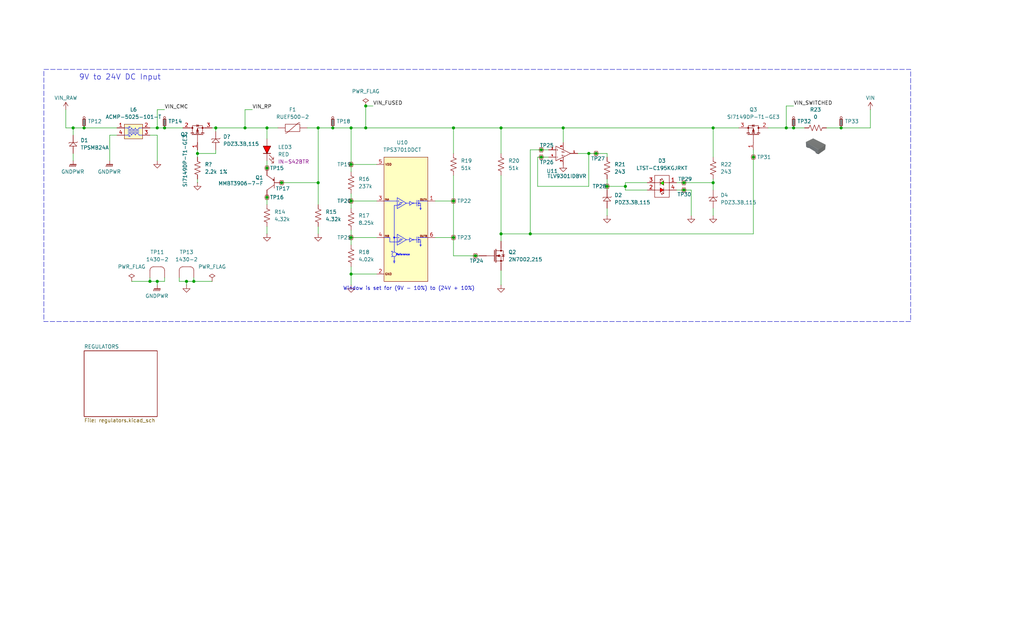
<source format=kicad_sch>
(kicad_sch
	(version 20250114)
	(generator "eeschema")
	(generator_version "9.0")
	(uuid "69d56295-c53d-4caa-bf0c-dee94c8ef5b0")
	(paper "USLegal")
	
	(rectangle
		(start 15.24 24.13)
		(end 316.23 111.76)
		(stroke
			(width 0)
			(type dash)
		)
		(fill
			(type none)
		)
		(uuid 78753373-cae0-43aa-938d-31e49b6d4d65)
	)
	(text "9V to 24V DC Input"
		(exclude_from_sim no)
		(at 41.656 26.924 0)
		(effects
			(font
				(size 1.905 1.905)
			)
		)
		(uuid "1baf4ffe-c326-48f4-8fac-6948814455d2")
	)
	(text "Window is set for (9V - 10%) to (24V + 10%)"
		(exclude_from_sim no)
		(at 141.986 100.33 0)
		(effects
			(font
				(size 1.27 1.27)
			)
		)
		(uuid "98d1e4b6-f14e-4fb2-84cd-5db52062af6d")
	)
	(junction
		(at 121.92 57.15)
		(diameter 0)
		(color 0 0 0 0)
		(uuid "05b9ccce-ba18-4bb9-8381-c75eaa3071c7")
	)
	(junction
		(at 237.49 66.04)
		(diameter 0)
		(color 0 0 0 0)
		(uuid "0f12bc37-10e7-485d-bb50-af25064fcf77")
	)
	(junction
		(at 57.15 44.45)
		(diameter 0)
		(color 0 0 0 0)
		(uuid "1845208b-8796-47b3-b298-bf1579deeed9")
	)
	(junction
		(at 121.92 44.45)
		(diameter 0)
		(color 0 0 0 0)
		(uuid "1a081383-82f4-49d0-beae-c4d31b2306d5")
	)
	(junction
		(at 110.49 63.5)
		(diameter 0)
		(color 0 0 0 0)
		(uuid "1a3fff24-95a5-489d-9e02-50c4ac2bd020")
	)
	(junction
		(at 157.48 44.45)
		(diameter 0)
		(color 0 0 0 0)
		(uuid "1cdf35fb-ce7c-4105-948a-2355d264dc21")
	)
	(junction
		(at 217.17 64.77)
		(diameter 0)
		(color 0 0 0 0)
		(uuid "1e6552ad-1bee-4b0c-bbd8-ad5cf0f38a77")
	)
	(junction
		(at 173.99 81.28)
		(diameter 0)
		(color 0 0 0 0)
		(uuid "1f5b44e1-11c2-4cb2-b10a-e06f4beec76c")
	)
	(junction
		(at 25.4 44.45)
		(diameter 0)
		(color 0 0 0 0)
		(uuid "27a13870-d760-4549-84b3-c63f8e20f72c")
	)
	(junction
		(at 165.1 88.9)
		(diameter 0)
		(color 0 0 0 0)
		(uuid "3210346c-ff22-41d5-a9ce-7065d821a763")
	)
	(junction
		(at 207.01 53.34)
		(diameter 0)
		(color 0 0 0 0)
		(uuid "47f07862-11b7-4a44-b06c-9b4a6003d22e")
	)
	(junction
		(at 85.09 44.45)
		(diameter 0)
		(color 0 0 0 0)
		(uuid "631b5170-5cc9-47b0-aab7-c2cc8b5f4132")
	)
	(junction
		(at 275.59 44.45)
		(diameter 0)
		(color 0 0 0 0)
		(uuid "65e342e3-4337-4e04-bfc5-bbb3e2237365")
	)
	(junction
		(at 157.48 82.55)
		(diameter 0)
		(color 0 0 0 0)
		(uuid "68ce7d07-6471-4d6f-b7e5-0c0f6904bfe0")
	)
	(junction
		(at 67.31 97.79)
		(diameter 0)
		(color 0 0 0 0)
		(uuid "6c82a1db-af07-4d3c-aea2-1e49a3154ea9")
	)
	(junction
		(at 237.49 63.5)
		(diameter 0)
		(color 0 0 0 0)
		(uuid "6d842923-4c1d-437a-91ed-0d1860deef42")
	)
	(junction
		(at 292.1 44.45)
		(diameter 0)
		(color 0 0 0 0)
		(uuid "72e40ba0-72a9-4326-8abc-8a577bd444fd")
	)
	(junction
		(at 121.92 95.25)
		(diameter 0)
		(color 0 0 0 0)
		(uuid "79169261-ae16-4071-a7c5-efb34918d0dd")
	)
	(junction
		(at 247.65 44.45)
		(diameter 0)
		(color 0 0 0 0)
		(uuid "7a378be9-1426-447d-8f9a-a209b9a97a07")
	)
	(junction
		(at 195.58 44.45)
		(diameter 0)
		(color 0 0 0 0)
		(uuid "7e322392-0c0b-45d7-b72b-affa2636382d")
	)
	(junction
		(at 210.82 64.77)
		(diameter 0)
		(color 0 0 0 0)
		(uuid "7f44c3b8-ac70-4f00-bec1-bc22e1b3144a")
	)
	(junction
		(at 92.71 68.58)
		(diameter 0)
		(color 0 0 0 0)
		(uuid "8072ab90-586a-43fd-86a6-1193096f101c")
	)
	(junction
		(at 121.92 69.85)
		(diameter 0)
		(color 0 0 0 0)
		(uuid "83ee8d10-584e-4d4c-b866-55d180a7db27")
	)
	(junction
		(at 97.79 63.5)
		(diameter 0)
		(color 0 0 0 0)
		(uuid "89e0256c-2d23-4367-9e48-90041c7cd75e")
	)
	(junction
		(at 92.71 44.45)
		(diameter 0)
		(color 0 0 0 0)
		(uuid "8c39ac8c-3875-4cc0-89c0-46335f254a32")
	)
	(junction
		(at 127 44.45)
		(diameter 0)
		(color 0 0 0 0)
		(uuid "91f77b59-9b8c-4922-a664-72d317a80586")
	)
	(junction
		(at 127 36.83)
		(diameter 0)
		(color 0 0 0 0)
		(uuid "9eb66f7e-49da-47d4-aa4c-574b151a2c30")
	)
	(junction
		(at 115.57 44.45)
		(diameter 0)
		(color 0 0 0 0)
		(uuid "a1f8cea7-e47d-4f68-b5bc-d355499cb262")
	)
	(junction
		(at 121.92 82.55)
		(diameter 0)
		(color 0 0 0 0)
		(uuid "a216f2e9-3384-4815-89ec-7289d50246f5")
	)
	(junction
		(at 273.05 44.45)
		(diameter 0)
		(color 0 0 0 0)
		(uuid "a649e051-01b2-44c3-aeb5-7f6aae830885")
	)
	(junction
		(at 29.21 44.45)
		(diameter 0)
		(color 0 0 0 0)
		(uuid "a6b4d2b1-cc06-47db-bc29-e173580d7340")
	)
	(junction
		(at 173.99 44.45)
		(diameter 0)
		(color 0 0 0 0)
		(uuid "abcc9fd1-6506-4493-8794-b407456c3f20")
	)
	(junction
		(at 92.71 58.42)
		(diameter 0)
		(color 0 0 0 0)
		(uuid "b12339ca-c4ec-4bd0-bcd5-c13d3d3636eb")
	)
	(junction
		(at 54.61 97.79)
		(diameter 0)
		(color 0 0 0 0)
		(uuid "b279fc63-5fc4-45ca-9c68-1779eaf2ccb4")
	)
	(junction
		(at 68.58 53.34)
		(diameter 0)
		(color 0 0 0 0)
		(uuid "b5c4c253-a137-49e6-bf39-f54f7dd2d55f")
	)
	(junction
		(at 184.15 81.28)
		(diameter 0)
		(color 0 0 0 0)
		(uuid "b5e0e76e-18c1-4870-b1e5-9ea1b56469f9")
	)
	(junction
		(at 157.48 69.85)
		(diameter 0)
		(color 0 0 0 0)
		(uuid "bc47b513-673f-4c6c-b13f-315b4d237c43")
	)
	(junction
		(at 54.61 44.45)
		(diameter 0)
		(color 0 0 0 0)
		(uuid "bf2adbe6-e229-4452-9e15-569b9d10abac")
	)
	(junction
		(at 74.93 44.45)
		(diameter 0)
		(color 0 0 0 0)
		(uuid "d7100d60-8280-4f56-b7cc-48f081ce7673")
	)
	(junction
		(at 247.65 63.5)
		(diameter 0)
		(color 0 0 0 0)
		(uuid "d76b5ee4-bb42-42c9-af3b-253f5d93ddbe")
	)
	(junction
		(at 204.47 53.34)
		(diameter 0)
		(color 0 0 0 0)
		(uuid "da4bc5a2-12b3-4e01-bfc0-e981ca44ec44")
	)
	(junction
		(at 187.96 52.07)
		(diameter 0)
		(color 0 0 0 0)
		(uuid "da5a8c3c-2ed5-40d7-b2fe-ac55b773a712")
	)
	(junction
		(at 261.62 54.61)
		(diameter 0)
		(color 0 0 0 0)
		(uuid "e26e932b-fa24-4d29-90c7-14f5b84ceb45")
	)
	(junction
		(at 52.07 97.79)
		(diameter 0)
		(color 0 0 0 0)
		(uuid "e33563eb-3f1d-4491-9e65-1e86fc41676b")
	)
	(junction
		(at 187.96 54.61)
		(diameter 0)
		(color 0 0 0 0)
		(uuid "e62ba7c6-8f46-4845-978a-852caedfb3cd")
	)
	(junction
		(at 110.49 44.45)
		(diameter 0)
		(color 0 0 0 0)
		(uuid "ebe0068e-4e9a-47fc-a675-9e13c9efdcc4")
	)
	(junction
		(at 64.77 97.79)
		(diameter 0)
		(color 0 0 0 0)
		(uuid "eef63ef8-a95d-4148-889f-5ebe65cc0dea")
	)
	(wire
		(pts
			(xy 302.26 38.1) (xy 302.26 44.45)
		)
		(stroke
			(width 0)
			(type default)
		)
		(uuid "002c959e-8396-49b3-8431-178cf659e029")
	)
	(wire
		(pts
			(xy 173.99 81.28) (xy 173.99 83.82)
		)
		(stroke
			(width 0)
			(type default)
		)
		(uuid "014446c7-5909-4d68-a5b6-7db0feb2f96d")
	)
	(wire
		(pts
			(xy 217.17 63.5) (xy 224.79 63.5)
		)
		(stroke
			(width 0)
			(type default)
		)
		(uuid "03b8d357-9d60-4618-a778-e91c26dd7d2a")
	)
	(wire
		(pts
			(xy 121.92 80.01) (xy 121.92 82.55)
		)
		(stroke
			(width 0)
			(type default)
		)
		(uuid "054e9d48-03e3-4c33-abe9-77820f37f063")
	)
	(wire
		(pts
			(xy 210.82 62.23) (xy 210.82 64.77)
		)
		(stroke
			(width 0)
			(type default)
		)
		(uuid "0673ef60-8441-4bc8-91bb-91aff0d47da3")
	)
	(wire
		(pts
			(xy 157.48 44.45) (xy 173.99 44.45)
		)
		(stroke
			(width 0)
			(type default)
		)
		(uuid "0baa4198-a409-4c09-9bab-855014d94c48")
	)
	(wire
		(pts
			(xy 54.61 97.79) (xy 54.61 99.06)
		)
		(stroke
			(width 0)
			(type default)
		)
		(uuid "0bb9416c-490d-42dc-a791-9d80b8d8a7d1")
	)
	(wire
		(pts
			(xy 74.93 44.45) (xy 85.09 44.45)
		)
		(stroke
			(width 0)
			(type default)
		)
		(uuid "0c280042-ab92-45d9-ab30-21b4e1c65fb0")
	)
	(wire
		(pts
			(xy 157.48 69.85) (xy 157.48 82.55)
		)
		(stroke
			(width 0)
			(type default)
		)
		(uuid "0d394333-0966-48ed-9660-8ca07e8f8000")
	)
	(wire
		(pts
			(xy 38.1 46.99) (xy 40.64 46.99)
		)
		(stroke
			(width 0)
			(type default)
		)
		(uuid "0db31b56-f592-4a40-8502-375ef0673ca8")
	)
	(wire
		(pts
			(xy 121.92 57.15) (xy 121.92 59.69)
		)
		(stroke
			(width 0)
			(type default)
		)
		(uuid "16ed1334-532f-4742-8ff4-7d77e89dbc47")
	)
	(wire
		(pts
			(xy 210.82 64.77) (xy 210.82 66.04)
		)
		(stroke
			(width 0)
			(type default)
		)
		(uuid "1ca675c2-a632-4e8d-bcf1-26ca270541df")
	)
	(wire
		(pts
			(xy 210.82 72.39) (xy 210.82 74.93)
		)
		(stroke
			(width 0)
			(type default)
		)
		(uuid "1f44c5d4-c02e-41b0-af72-12e39c3c6447")
	)
	(wire
		(pts
			(xy 64.77 97.79) (xy 67.31 97.79)
		)
		(stroke
			(width 0)
			(type default)
		)
		(uuid "228f18c2-3aa6-4250-8413-12ca437da99e")
	)
	(wire
		(pts
			(xy 210.82 64.77) (xy 217.17 64.77)
		)
		(stroke
			(width 0)
			(type default)
		)
		(uuid "22a73697-2c6f-4e1f-9e6e-a039fa5d8696")
	)
	(wire
		(pts
			(xy 173.99 44.45) (xy 173.99 53.34)
		)
		(stroke
			(width 0)
			(type default)
		)
		(uuid "256783de-d1c8-424e-8989-49645dc0d9e0")
	)
	(wire
		(pts
			(xy 68.58 62.23) (xy 68.58 63.5)
		)
		(stroke
			(width 0)
			(type default)
		)
		(uuid "273f46a2-9e56-4674-82c9-7566f04c76c2")
	)
	(wire
		(pts
			(xy 190.5 54.61) (xy 187.96 54.61)
		)
		(stroke
			(width 0)
			(type default)
		)
		(uuid "2c2ce318-64e8-407d-a940-5cd854d45c35")
	)
	(wire
		(pts
			(xy 85.09 44.45) (xy 92.71 44.45)
		)
		(stroke
			(width 0)
			(type default)
		)
		(uuid "2d22e274-29ae-456a-949e-dc871d1b3b42")
	)
	(wire
		(pts
			(xy 54.61 97.79) (xy 57.15 97.79)
		)
		(stroke
			(width 0)
			(type default)
		)
		(uuid "2e32b9e3-5637-4f80-ba6e-1d1915183741")
	)
	(wire
		(pts
			(xy 186.69 64.77) (xy 204.47 64.77)
		)
		(stroke
			(width 0)
			(type default)
		)
		(uuid "34bc2421-b6e3-4f0c-ab56-582cc1a9cf50")
	)
	(wire
		(pts
			(xy 110.49 44.45) (xy 110.49 63.5)
		)
		(stroke
			(width 0)
			(type default)
		)
		(uuid "35828a80-3bac-4ecc-ac32-fad77b1f75e7")
	)
	(wire
		(pts
			(xy 68.58 52.07) (xy 68.58 53.34)
		)
		(stroke
			(width 0)
			(type default)
		)
		(uuid "37902806-73b9-44dd-a6f4-b50941c13ea7")
	)
	(wire
		(pts
			(xy 151.13 82.55) (xy 157.48 82.55)
		)
		(stroke
			(width 0)
			(type default)
		)
		(uuid "3834e05f-55cd-486e-8806-c9dfb3289f0f")
	)
	(wire
		(pts
			(xy 187.96 54.61) (xy 186.69 54.61)
		)
		(stroke
			(width 0)
			(type default)
		)
		(uuid "38e5d247-6a20-4f58-b7f7-b6927b6b6524")
	)
	(wire
		(pts
			(xy 273.05 44.45) (xy 275.59 44.45)
		)
		(stroke
			(width 0)
			(type default)
		)
		(uuid "3e2fbca5-9cb5-4e61-96da-27e8451468da")
	)
	(wire
		(pts
			(xy 29.21 44.45) (xy 40.64 44.45)
		)
		(stroke
			(width 0)
			(type default)
		)
		(uuid "3fbd99aa-dbfe-4410-af62-a1c265c747fa")
	)
	(wire
		(pts
			(xy 266.7 44.45) (xy 273.05 44.45)
		)
		(stroke
			(width 0)
			(type default)
		)
		(uuid "412dece0-55e9-418d-8744-43e011a7fc21")
	)
	(wire
		(pts
			(xy 234.95 66.04) (xy 237.49 66.04)
		)
		(stroke
			(width 0)
			(type default)
		)
		(uuid "430722db-a661-49d3-b071-533dee84c76c")
	)
	(wire
		(pts
			(xy 52.07 97.79) (xy 54.61 97.79)
		)
		(stroke
			(width 0)
			(type default)
		)
		(uuid "4548ce76-8882-4b6b-9df5-f8abda35f4a0")
	)
	(wire
		(pts
			(xy 157.48 88.9) (xy 157.48 82.55)
		)
		(stroke
			(width 0)
			(type default)
		)
		(uuid "49901cd8-9bd9-4ce2-abf9-56fa512cd972")
	)
	(wire
		(pts
			(xy 92.71 78.74) (xy 92.71 81.28)
		)
		(stroke
			(width 0)
			(type default)
		)
		(uuid "4a6ed8db-d2e1-4079-8177-558cc2d1f68d")
	)
	(wire
		(pts
			(xy 275.59 44.45) (xy 279.4 44.45)
		)
		(stroke
			(width 0)
			(type default)
		)
		(uuid "4dd40030-674a-4597-8002-6ce3df889ed8")
	)
	(wire
		(pts
			(xy 240.03 66.04) (xy 240.03 74.93)
		)
		(stroke
			(width 0)
			(type default)
		)
		(uuid "4f8caefe-8e39-40e6-a829-21ba985161d2")
	)
	(wire
		(pts
			(xy 54.61 38.1) (xy 54.61 44.45)
		)
		(stroke
			(width 0)
			(type default)
		)
		(uuid "51d05431-6983-4448-b62b-b0eea959e22b")
	)
	(wire
		(pts
			(xy 85.09 38.1) (xy 87.63 38.1)
		)
		(stroke
			(width 0)
			(type default)
		)
		(uuid "5a977c7f-3a21-4475-a2a1-4d21ad6d5481")
	)
	(wire
		(pts
			(xy 173.99 60.96) (xy 173.99 81.28)
		)
		(stroke
			(width 0)
			(type default)
		)
		(uuid "5aca8304-a27f-4b84-a935-5c4c7ebd90d7")
	)
	(wire
		(pts
			(xy 247.65 54.61) (xy 247.65 44.45)
		)
		(stroke
			(width 0)
			(type default)
		)
		(uuid "5acfef03-db48-42ff-826b-b866ebdf7988")
	)
	(wire
		(pts
			(xy 25.4 44.45) (xy 22.86 44.45)
		)
		(stroke
			(width 0)
			(type default)
		)
		(uuid "5bf54d62-2137-47b0-b1e5-6a6e87597bbd")
	)
	(wire
		(pts
			(xy 302.26 44.45) (xy 292.1 44.45)
		)
		(stroke
			(width 0)
			(type default)
		)
		(uuid "5c1b7230-91f7-4abb-9ca2-957be22f8ca1")
	)
	(wire
		(pts
			(xy 165.1 88.9) (xy 166.37 88.9)
		)
		(stroke
			(width 0)
			(type default)
		)
		(uuid "602ab1e4-a952-474c-8763-63c304ac5a0b")
	)
	(wire
		(pts
			(xy 97.79 63.5) (xy 110.49 63.5)
		)
		(stroke
			(width 0)
			(type default)
		)
		(uuid "60481ca8-7d42-41dc-8192-010dae229fc2")
	)
	(wire
		(pts
			(xy 130.81 57.15) (xy 121.92 57.15)
		)
		(stroke
			(width 0)
			(type default)
		)
		(uuid "655a6a41-1822-4474-b721-9e8e95802e03")
	)
	(wire
		(pts
			(xy 73.66 44.45) (xy 74.93 44.45)
		)
		(stroke
			(width 0)
			(type default)
		)
		(uuid "65c5eb30-0067-4284-9fcb-c210eaf2cca5")
	)
	(wire
		(pts
			(xy 204.47 64.77) (xy 204.47 53.34)
		)
		(stroke
			(width 0)
			(type default)
		)
		(uuid "672e1f3e-afc4-4bcf-9a4b-52ff50489f6c")
	)
	(wire
		(pts
			(xy 68.58 53.34) (xy 68.58 54.61)
		)
		(stroke
			(width 0)
			(type default)
		)
		(uuid "685a877e-5a9a-47cf-a63a-313e7afdab57")
	)
	(wire
		(pts
			(xy 57.15 44.45) (xy 63.5 44.45)
		)
		(stroke
			(width 0)
			(type default)
		)
		(uuid "69b6747e-bd41-4bae-b5c0-e5826249069b")
	)
	(wire
		(pts
			(xy 157.48 44.45) (xy 157.48 53.34)
		)
		(stroke
			(width 0)
			(type default)
		)
		(uuid "6a885011-98fd-408f-9a31-a6ea0ed841e2")
	)
	(wire
		(pts
			(xy 38.1 55.88) (xy 38.1 46.99)
		)
		(stroke
			(width 0)
			(type default)
		)
		(uuid "6c5f48ff-fa1d-4668-8ed6-9c74f4319463")
	)
	(wire
		(pts
			(xy 224.79 66.04) (xy 217.17 66.04)
		)
		(stroke
			(width 0)
			(type default)
		)
		(uuid "6de5b72a-e7c1-46a8-948a-d93a66de6dea")
	)
	(wire
		(pts
			(xy 92.71 68.58) (xy 92.71 71.12)
		)
		(stroke
			(width 0)
			(type default)
		)
		(uuid "6f75a433-a9dc-4d93-8594-8bad33767f8a")
	)
	(wire
		(pts
			(xy 110.49 78.74) (xy 110.49 81.28)
		)
		(stroke
			(width 0)
			(type default)
		)
		(uuid "734a8400-4517-4fb6-b6c8-a355a417572b")
	)
	(wire
		(pts
			(xy 121.92 67.31) (xy 121.92 69.85)
		)
		(stroke
			(width 0)
			(type default)
		)
		(uuid "76c6fd36-63c5-46e0-b3ff-c0468fb722be")
	)
	(wire
		(pts
			(xy 186.69 54.61) (xy 186.69 64.77)
		)
		(stroke
			(width 0)
			(type default)
		)
		(uuid "7a3386fe-b3fe-4983-bce0-db6887582bc3")
	)
	(wire
		(pts
			(xy 247.65 44.45) (xy 256.54 44.45)
		)
		(stroke
			(width 0)
			(type default)
		)
		(uuid "7e8c564b-0aed-46be-89ff-0ce854ce22a2")
	)
	(wire
		(pts
			(xy 217.17 63.5) (xy 217.17 64.77)
		)
		(stroke
			(width 0)
			(type default)
		)
		(uuid "7ec7e81e-cb79-45fc-9256-6e0ced19921b")
	)
	(wire
		(pts
			(xy 247.65 63.5) (xy 247.65 66.04)
		)
		(stroke
			(width 0)
			(type default)
		)
		(uuid "80971b2d-f9fe-49dc-9f38-79973aa8255b")
	)
	(wire
		(pts
			(xy 67.31 96.52) (xy 67.31 97.79)
		)
		(stroke
			(width 0)
			(type default)
		)
		(uuid "80ee0ebd-0c61-41fa-8b6b-b6443550ad95")
	)
	(wire
		(pts
			(xy 151.13 69.85) (xy 157.48 69.85)
		)
		(stroke
			(width 0)
			(type default)
		)
		(uuid "818bc214-20ac-484d-b967-a600953a1472")
	)
	(wire
		(pts
			(xy 54.61 46.99) (xy 52.07 46.99)
		)
		(stroke
			(width 0)
			(type default)
		)
		(uuid "84eb5906-854f-4196-a874-a30dfccc18fe")
	)
	(wire
		(pts
			(xy 195.58 44.45) (xy 195.58 49.53)
		)
		(stroke
			(width 0)
			(type default)
		)
		(uuid "887fa66e-b6e7-4aea-af32-2293e3c54f27")
	)
	(wire
		(pts
			(xy 237.49 66.04) (xy 240.03 66.04)
		)
		(stroke
			(width 0)
			(type default)
		)
		(uuid "88d83696-1d3a-47dc-898e-c2611795dfcd")
	)
	(wire
		(pts
			(xy 157.48 88.9) (xy 165.1 88.9)
		)
		(stroke
			(width 0)
			(type default)
		)
		(uuid "88f8870b-8f43-4b0a-84b6-c09f43b66578")
	)
	(wire
		(pts
			(xy 121.92 95.25) (xy 130.81 95.25)
		)
		(stroke
			(width 0)
			(type default)
		)
		(uuid "88fdb5e4-2409-4406-886a-d6bec4c4483e")
	)
	(wire
		(pts
			(xy 121.92 92.71) (xy 121.92 95.25)
		)
		(stroke
			(width 0)
			(type default)
		)
		(uuid "8961bfa8-633e-4c81-a670-a6fcd7d7e236")
	)
	(wire
		(pts
			(xy 45.72 97.79) (xy 52.07 97.79)
		)
		(stroke
			(width 0)
			(type default)
		)
		(uuid "8a25e20a-c21d-4d9b-bd35-c0aac9c99672")
	)
	(wire
		(pts
			(xy 92.71 44.45) (xy 92.71 48.26)
		)
		(stroke
			(width 0)
			(type default)
		)
		(uuid "8dd7953e-4916-467d-bfc4-b9e45d940812")
	)
	(wire
		(pts
			(xy 247.65 62.23) (xy 247.65 63.5)
		)
		(stroke
			(width 0)
			(type default)
		)
		(uuid "8e1348cc-c17d-48b8-ab85-b3ff31caae85")
	)
	(wire
		(pts
			(xy 261.62 52.07) (xy 261.62 54.61)
		)
		(stroke
			(width 0)
			(type default)
		)
		(uuid "952c3e1d-f2f4-46a7-a9b6-851771a5d8ab")
	)
	(wire
		(pts
			(xy 121.92 69.85) (xy 130.81 69.85)
		)
		(stroke
			(width 0)
			(type default)
		)
		(uuid "9b4b72cd-f4b8-4f17-9431-9ed72d3b2338")
	)
	(wire
		(pts
			(xy 200.66 53.34) (xy 204.47 53.34)
		)
		(stroke
			(width 0)
			(type default)
		)
		(uuid "9ba80e13-a1a1-4cfc-8333-18939e593241")
	)
	(wire
		(pts
			(xy 173.99 81.28) (xy 184.15 81.28)
		)
		(stroke
			(width 0)
			(type default)
		)
		(uuid "9da4acdf-c047-46c7-aaa1-26a18c0f934d")
	)
	(wire
		(pts
			(xy 74.93 44.45) (xy 74.93 45.72)
		)
		(stroke
			(width 0)
			(type default)
		)
		(uuid "9de4ef15-5a35-4ca0-9bdd-e9452e0a1cd9")
	)
	(wire
		(pts
			(xy 207.01 53.34) (xy 210.82 53.34)
		)
		(stroke
			(width 0)
			(type default)
		)
		(uuid "9e492d3f-eca0-4baf-810a-a74cee239d4a")
	)
	(wire
		(pts
			(xy 52.07 44.45) (xy 54.61 44.45)
		)
		(stroke
			(width 0)
			(type default)
		)
		(uuid "a180a8f8-8bd3-4534-ba12-4f338e3c67c6")
	)
	(wire
		(pts
			(xy 22.86 38.1) (xy 22.86 44.45)
		)
		(stroke
			(width 0)
			(type default)
		)
		(uuid "a382b898-bbed-494c-b948-1a2ac9045c15")
	)
	(wire
		(pts
			(xy 234.95 63.5) (xy 237.49 63.5)
		)
		(stroke
			(width 0)
			(type default)
		)
		(uuid "a624c945-fc41-4a91-a271-84d7917cded7")
	)
	(wire
		(pts
			(xy 85.09 38.1) (xy 85.09 44.45)
		)
		(stroke
			(width 0)
			(type default)
		)
		(uuid "a6509be8-4031-4fea-a314-b80e0d0ce9cf")
	)
	(wire
		(pts
			(xy 92.71 44.45) (xy 96.52 44.45)
		)
		(stroke
			(width 0)
			(type default)
		)
		(uuid "a718ec27-3a59-40a9-b234-965cbb39df3b")
	)
	(wire
		(pts
			(xy 184.15 52.07) (xy 184.15 81.28)
		)
		(stroke
			(width 0)
			(type default)
		)
		(uuid "aab663fa-9b9e-4458-b7af-04f2928fabcb")
	)
	(wire
		(pts
			(xy 57.15 96.52) (xy 57.15 97.79)
		)
		(stroke
			(width 0)
			(type default)
		)
		(uuid "ac6ac3a6-85bb-4454-b368-29739bf5bebc")
	)
	(wire
		(pts
			(xy 127 44.45) (xy 157.48 44.45)
		)
		(stroke
			(width 0)
			(type default)
		)
		(uuid "ace39af4-feb0-4f53-bf45-7c1f12224c3a")
	)
	(wire
		(pts
			(xy 121.92 82.55) (xy 121.92 85.09)
		)
		(stroke
			(width 0)
			(type default)
		)
		(uuid "ace3db17-b088-4a76-9078-b6d11012da4b")
	)
	(wire
		(pts
			(xy 54.61 55.88) (xy 54.61 46.99)
		)
		(stroke
			(width 0)
			(type default)
		)
		(uuid "ad4093d7-428f-4e1c-b4ad-3608c105f0d1")
	)
	(wire
		(pts
			(xy 62.23 97.79) (xy 64.77 97.79)
		)
		(stroke
			(width 0)
			(type default)
		)
		(uuid "afb901d2-b003-434f-a865-8a616f44fd2c")
	)
	(wire
		(pts
			(xy 115.57 44.45) (xy 121.92 44.45)
		)
		(stroke
			(width 0)
			(type default)
		)
		(uuid "b1ee2af7-88d7-4c8f-8975-a1b678bdb9be")
	)
	(wire
		(pts
			(xy 204.47 53.34) (xy 207.01 53.34)
		)
		(stroke
			(width 0)
			(type default)
		)
		(uuid "b52c9195-7f29-4319-bece-bd73307bef87")
	)
	(wire
		(pts
			(xy 121.92 95.25) (xy 121.92 99.06)
		)
		(stroke
			(width 0)
			(type default)
		)
		(uuid "b5c1a46d-4714-41ab-9e99-1e43322b96f1")
	)
	(wire
		(pts
			(xy 64.77 97.79) (xy 64.77 99.06)
		)
		(stroke
			(width 0)
			(type default)
		)
		(uuid "b895e0cd-98c0-473d-b3df-75fe17e65054")
	)
	(wire
		(pts
			(xy 92.71 55.88) (xy 92.71 58.42)
		)
		(stroke
			(width 0)
			(type default)
		)
		(uuid "ba41b6cf-8ef5-4686-a1bd-4d691a5be601")
	)
	(wire
		(pts
			(xy 25.4 53.34) (xy 25.4 55.88)
		)
		(stroke
			(width 0)
			(type default)
		)
		(uuid "bd98839f-93c1-46c3-94b0-28ae2668bf17")
	)
	(wire
		(pts
			(xy 106.68 44.45) (xy 110.49 44.45)
		)
		(stroke
			(width 0)
			(type default)
		)
		(uuid "c2930620-71f6-4fd3-82c8-776463db8757")
	)
	(wire
		(pts
			(xy 237.49 63.5) (xy 247.65 63.5)
		)
		(stroke
			(width 0)
			(type default)
		)
		(uuid "c6a48b88-e973-45d9-ab08-d0d6715e60c1")
	)
	(wire
		(pts
			(xy 121.92 82.55) (xy 130.81 82.55)
		)
		(stroke
			(width 0)
			(type default)
		)
		(uuid "c6c08b9b-ed06-4ba1-8422-04d89769a562")
	)
	(wire
		(pts
			(xy 173.99 93.98) (xy 173.99 99.06)
		)
		(stroke
			(width 0)
			(type default)
		)
		(uuid "c7c7dbb1-baca-412d-864b-c2665dfebf89")
	)
	(wire
		(pts
			(xy 157.48 60.96) (xy 157.48 69.85)
		)
		(stroke
			(width 0)
			(type default)
		)
		(uuid "c814cc8a-28cd-45df-bca0-f46bb0642ce0")
	)
	(wire
		(pts
			(xy 261.62 54.61) (xy 261.62 81.28)
		)
		(stroke
			(width 0)
			(type default)
		)
		(uuid "c8e4651d-e979-44fb-8013-cd669bb48d49")
	)
	(wire
		(pts
			(xy 110.49 44.45) (xy 115.57 44.45)
		)
		(stroke
			(width 0)
			(type default)
		)
		(uuid "ca14d50a-b274-4aba-8ff1-8301e0d10714")
	)
	(wire
		(pts
			(xy 121.92 44.45) (xy 121.92 57.15)
		)
		(stroke
			(width 0)
			(type default)
		)
		(uuid "cf3adb38-3b9d-40b4-852e-71a4f80571d3")
	)
	(wire
		(pts
			(xy 62.23 96.52) (xy 62.23 97.79)
		)
		(stroke
			(width 0)
			(type default)
		)
		(uuid "cf7514e1-b63b-423b-b5ab-c2adaee2d6c3")
	)
	(wire
		(pts
			(xy 173.99 44.45) (xy 195.58 44.45)
		)
		(stroke
			(width 0)
			(type default)
		)
		(uuid "d0a8cbe3-b938-45aa-b495-857579e59b03")
	)
	(wire
		(pts
			(xy 195.58 44.45) (xy 247.65 44.45)
		)
		(stroke
			(width 0)
			(type default)
		)
		(uuid "d1330986-4973-4866-b6ec-a13868bc973f")
	)
	(wire
		(pts
			(xy 273.05 36.83) (xy 273.05 44.45)
		)
		(stroke
			(width 0)
			(type default)
		)
		(uuid "d75ac124-439a-4708-825b-7838d820e65c")
	)
	(wire
		(pts
			(xy 275.59 36.83) (xy 273.05 36.83)
		)
		(stroke
			(width 0)
			(type default)
		)
		(uuid "dc15c8c4-3df4-43f2-8556-515a456f222e")
	)
	(wire
		(pts
			(xy 217.17 64.77) (xy 217.17 66.04)
		)
		(stroke
			(width 0)
			(type default)
		)
		(uuid "dc7d2e17-bfcd-489a-a06b-166c2fe08329")
	)
	(wire
		(pts
			(xy 121.92 44.45) (xy 127 44.45)
		)
		(stroke
			(width 0)
			(type default)
		)
		(uuid "de7c8ece-fb6e-4e76-8753-322ed38e66b7")
	)
	(wire
		(pts
			(xy 25.4 44.45) (xy 25.4 46.99)
		)
		(stroke
			(width 0)
			(type default)
		)
		(uuid "df44993b-e5aa-4b45-a152-812bdb41c7bb")
	)
	(wire
		(pts
			(xy 110.49 63.5) (xy 110.49 71.12)
		)
		(stroke
			(width 0)
			(type default)
		)
		(uuid "e0580526-2b03-4e06-a3b6-cc2a383b9309")
	)
	(wire
		(pts
			(xy 184.15 81.28) (xy 261.62 81.28)
		)
		(stroke
			(width 0)
			(type default)
		)
		(uuid "e0689b5c-7b98-4e4f-b6db-fcfee49241ce")
	)
	(wire
		(pts
			(xy 129.54 36.83) (xy 127 36.83)
		)
		(stroke
			(width 0)
			(type default)
		)
		(uuid "e5188edc-1ce4-4f58-88f1-ee0f9b0b8401")
	)
	(wire
		(pts
			(xy 57.15 38.1) (xy 54.61 38.1)
		)
		(stroke
			(width 0)
			(type default)
		)
		(uuid "e96ed335-819a-4dd1-90bd-da903b2c6155")
	)
	(wire
		(pts
			(xy 210.82 54.61) (xy 210.82 53.34)
		)
		(stroke
			(width 0)
			(type default)
		)
		(uuid "ebe03774-026c-4177-8bc0-3d4721a463ce")
	)
	(wire
		(pts
			(xy 184.15 52.07) (xy 187.96 52.07)
		)
		(stroke
			(width 0)
			(type default)
		)
		(uuid "ec795578-4e5b-49d5-8da4-5cd743d91f41")
	)
	(wire
		(pts
			(xy 74.93 52.07) (xy 74.93 53.34)
		)
		(stroke
			(width 0)
			(type default)
		)
		(uuid "ee76bc29-9965-4d52-8059-8d1d260cca34")
	)
	(wire
		(pts
			(xy 127 36.83) (xy 127 44.45)
		)
		(stroke
			(width 0)
			(type default)
		)
		(uuid "ef65cf5c-d40f-43c0-a350-fdb7fa11d3e3")
	)
	(wire
		(pts
			(xy 287.02 44.45) (xy 292.1 44.45)
		)
		(stroke
			(width 0)
			(type default)
		)
		(uuid "f0507558-fdb8-414d-971e-434dbd55f2fa")
	)
	(wire
		(pts
			(xy 121.92 69.85) (xy 121.92 72.39)
		)
		(stroke
			(width 0)
			(type default)
		)
		(uuid "f562fe74-0a0f-46a1-b0a3-43d436384bac")
	)
	(wire
		(pts
			(xy 54.61 44.45) (xy 57.15 44.45)
		)
		(stroke
			(width 0)
			(type default)
		)
		(uuid "f6859164-9eb4-4756-81a8-1a94cacd9d77")
	)
	(wire
		(pts
			(xy 187.96 52.07) (xy 190.5 52.07)
		)
		(stroke
			(width 0)
			(type default)
		)
		(uuid "f813a452-1307-412c-8ec8-879774ae97cd")
	)
	(wire
		(pts
			(xy 25.4 44.45) (xy 29.21 44.45)
		)
		(stroke
			(width 0)
			(type default)
		)
		(uuid "fad712c3-740f-4082-9098-3043baba32fe")
	)
	(wire
		(pts
			(xy 247.65 72.39) (xy 247.65 74.93)
		)
		(stroke
			(width 0)
			(type default)
		)
		(uuid "fb616cde-c2da-45fc-8fd4-72a94135d70f")
	)
	(wire
		(pts
			(xy 52.07 96.52) (xy 52.07 97.79)
		)
		(stroke
			(width 0)
			(type default)
		)
		(uuid "fba290e8-b8ed-4596-982d-ebc2203dead9")
	)
	(wire
		(pts
			(xy 67.31 97.79) (xy 73.66 97.79)
		)
		(stroke
			(width 0)
			(type default)
		)
		(uuid "fbd5458b-1ffc-45cc-a0c7-6fc0d050f806")
	)
	(wire
		(pts
			(xy 68.58 53.34) (xy 74.93 53.34)
		)
		(stroke
			(width 0)
			(type default)
		)
		(uuid "fc50b9d1-5eaf-4911-beb9-63108c6b726d")
	)
	(image
		(at 283.21 50.8)
		(scale 0.0362223)
		(uuid "14ca3823-dfe3-4a94-8883-fceecca4b1c9")
		(data "iVBORw0KGgoAAAANSUhEUgAAA0cAAAKYCAIAAAA3xxSaAAAAA3NCSVQICAjb4U/gAAAACXBIWXMA"
			"AA50AAAOdAFrJLPWAAAgAElEQVR4nOy92XbqSNCtm6kWGwyiMaLOzX7/Jzr7bv/7VK1l04MaUJ/n"
			"IqQkLQHGvY3nVzXWsIWQhFETOXNGBBdCMAAAAAAA8MPRvvoAAAAAAADAO4CoDgAAAADgGkBUBwAA"
			"AABwDSCqAwAAAAC4BhDVAQAAAABcA4jqAAAAAACuAUR1AAAAAADXAKI6AAAAAIBrAFEdAAAAAMA1"
			"gKgOAAAAAOAaQFQHAAAAAHANIKoDAAAAALgGENUBAAAAAFwDiOoAAAAAAK4BRHUAAAAAANcAojoA"
			"AAAAgGsAUR0AAAAAwDWAqA4AAAAA4BpAVAcAAAAAcA0gqgMAAAAAuAYQ1QEAAAAAXAOI6gAAAAAA"
			"rgFEdQAAAAAA1wCiOgAAAACAawBRHQAAAADANYCoDgAAAADgGkBUBwAAAABwDSCqAwAAAAC4BhDV"
			"AQAAAABcA4jqAAAAAACuAUR1AAAAAADXAKI6AAAAAIBrAFEdAAAAAMA1gKgOAAAAAOAaQFQHAAAA"
			"AHANIKoDAAAAALgGENUBAAAAAFwDiOoAAAAAAK4BRHUAAAAAANcAojoAAAAAgGsAUR0AAAAAwDWA"
			"qA4AAAAA4BpAVAcAAAAAcA0gqgMAAAAAuAYQ1QEAAAAAXAOI6gAAAAAArgFEdQAAAAAA1wCiOgAA"
			"AACAawBRHQAAAADANYCoDgAAAADgGkBUBwAAAABwDSCqAwAAAAC4BhDVAQAAAABcA8ZXHwAAvwgh"
			"BGOMc/4Z+2KCMcYZz/IsjuMkTpIk0XTt9rZtW5au6+94GJ/5uQAAAJwCUR0An4QQgqIfpgRAJ+Mh"
			"WpHX12muL7f5ZLOs2hdncRzP5/PFcrlerS3b+l//63+NhsOW3TIM45ljaLx6dM2jnwsAAMDng6gO"
			"gC9DBkNCiBfFQ2okV1/OOWMsz/MoLtlsNn///p3NZqvVqtVqCSGSOO71nE67bVmWruuMMc459DYA"
			"APjpIKoD4DNQYyZV95LL64EdP7xRVcJozZo2Vt8gZ3GSrNfr+Xw+fZxOZ9P5fL7dbqMoarVacRyv"
			"Vqv/559/xuPxcDC8vb2lwO4SHbGpEdIhNV8FAADw+SCqA+DzqAVM7P0iISFEnudxHEdxHMfR1vOm"
			"FavVKgiCKIryPE/TlDEWx3EYhp7neWPfcZzbmxu7ZVumZZomRXiv/lwAAAC+EH5qKgcA8I403Wns"
			"RDDU9MnVlkitrqac7Xa75Wo5n8+ns9l8Pl8sFp7nxXFcFIWmaYyxoigYY5qmaZpmGEa73R4MBsPh"
			"cDQcjUaj+/tR965Lgd0pL90ls7SYyQUAgK8CWh0An8qLVLpmRHWYsWWMMVbpc1EURZvNdjor9bn1"
			"eh0EASlzhmEYhkEiXJ7nWZalaRqGYRAEQRBsNpvVarXerAPfHwwG7U775ubWtkrdjsLBV3w6AAAA"
			"nw+0OgA+j1PetdpC+ZLqXatJdIIxwcRut1suFvP5fDabzReLxWLh+z5NtlLtEnqLViGEyLKMRDtW"
			"ZWnoun57c9NznOFgcF8y7nW7Nzc3Mk/2/NHWbiMQ6gAA4EuAVgfAJ/GsSndhJmyWZXGSxHEcRdF6"
			"s358fJzNZrPZbLPZSH1O13U5l1oLxaQCJ4RI0zTLsiiK9vt9EIbb7Xaz3a43G9/3h8NRr9dttzst"
			"26ZNXRirIaQDAICvAlodAJ+BnD+VSaPnL70jnrbyVxHudgupz83npM8lSZLnOa2saRqvOLNZUUEL"
			"pYDXarV6vd5wOHTH5X+9Xq9l27X6duoGm58UsR0AAHw+0OoA+DxOxXPN5YIpPwuR5VkcP9HnptPp"
			"fD7fbDZhGCZJQiKcKqqp0qAaxlHMJ+NLOb1bFAVZ7krpLgh839962yAIRsNRt3vXvm23Wi3TNGkL"
			"zU+HISIAAHwt0OoA+FSalYdlEHZQuTgrG0NwJgQrRLELw8VyWdPn0jRVJ22lSqfuSE62FkVRLtF1"
			"qlR82GtF82BarVbP6Q0Hw/HofjweTyYTx3Fs25YFUNTdNSvYAQAA+Eyg1QHwqVzUxUEwxhj1b42j"
			"eLffbTYbSm4lfY78c1Sg5GiRuSOjtWq/hRBcyaIVsjmZpmmcU0YFpcomSbLf73e7ne/53tbzPC/c"
			"haPRqNvttdu3tt0yTVPXNK7JNmWMMcYZE4ciygAAAD4PaHUAfAZH69WdXJkxxli4C2cVi8WCigmT"
			"f06KfBK1Il1td9KWVzTktMMsbRWHHSqnCJFlmZyo1TStZdt33e5gMHBd13XdyWTS6/Ysy9J1rdrG"
			"Aeh1AADw+UCrA+BrOBrhZVlGzVv3cbTZbB4eHh4fH0mf2+12WZZJ/1w5tVptQp3Yre1IVM1hKcSr"
			"ZcWqB8SUsE/TNNM0i6IoioKq4lGerO95vu97nheG4Wg06nQ6t7e35LfTdV3jGgaKAADwVUCrA+Cz"
			"OaXbCSHCMFwul7PZ7HH6OG/oc6pEd9gOFQo+XTblEPOdrqjCGNPo1cbsMBnyasa7Q56s647H4/F4"
			"3Ov1WnZL5slCqAMAgM8HWh0A78mL6nqUmad5liRJHMX7KNpuNo/T6XT6OJ3O1pv1fr9X9TnZy4s1"
			"NLnmfmtRo5DTrKTJ0TrNY+JcDRApZ1ZuhPJkyW8XhqHv+6TbBUEwHAzvunftdrtltyzL1LUX96UA"
			"AADwRqDVAVCnGSEdidUE/fNk+dE80KYydzC6FUWe50EYLBeL+Xwxm88Wi8VquQyCMM3SPM+LoqDJ"
			"UEJmWpw6ZuKoXFe+9HQJb/x8fuN0AHmeUzxK4War1ep2u4N+f3R/Px6PXdftO85N68YwjKYe2fw7"
			"NHd0avmpTwcAAICAVgcAYyciucsltxftqyiKNMvIqbbb7dab9XQ6pZQIqj+XZZmu69QEQsZzZ0K6"
			"Z2l+DH721frKSt4uRZkk2mXVpwjD0PO8redtt1TfbtjrOZ12++C3O6bbXf4XBgAAcAnQ6gA4orGd"
			"uS5qapMs8MuUoPBMsEIhnR/48/l8PptPZ9Plcrler3e7XZqm1B+CNVpEnNrR0eP8nFCJ/mik28kD"
			"tm273W73+33Xdd2x647HjuPc3t5altV8+6kjhzIHAACvA1odACe5REyqSWinJl6pUEhEytYuXK1W"
			"Dw8PpM9tt9soiqQ+ZxiGVLbOR2+fSbNUMh0k6XZ5nss8Wem087ae7/v3o1G/3+90OjXd7kLpEXoe"
			"AABcDrQ6ABi7QJxjp11fzZdq4h/NV/q+P5vPZ/OyOcRyuaTJVnVN/rQ/xBkuLH33XvCqJIrqsVOP"
			"gWI7oTQisy27c9cp69uN3YnrOo5zc3NjmuaFO1X3VVuIUA8AAJpAqwOAsaNtu171dvqVGjYIym+N"
			"y4zR1Xr18Pg4m82Wy+V2uw3DMM9zwzBUfU7WLqlVPKkdUnOq90uGZ7V4lFXSmlLfLvB9PwgCUu/u"
			"RyOn73TaB93u/N9ZnXf+5CgWAAB+ItDqACh51l13PmfzIGWp+lzgU/PW2XS2WB6SIagJhMxvPb/9"
			"U69+OTUtTT1aSuClJZQne9e5GwwHE3fiuqXfrtU61LerbZCdDVi/4Z8CAAC+A9DqADjJS9NO1fpz"
			"+30UhMFqtXp8fFT9c0VRUP9WctHVNMIX7Us9zhe99yOoHYNhGKrfLo7jIAj8wA+CwPO9IPBHw1Gv"
			"12t3KE/W0pV5Z1LmpD53yrkIAACgBrQ6AA5cMv16sqYaY0WeU34rNW+dTqc02Ur5rVTgTU1uZYzJ"
			"/q3ySixbgR3LeFWPoaaTfVreK2soc7Vdq+uQJElHSz+Xut3dHfntJtRPtufYtm3oOnuhPgoAAEAF"
			"Wh0AB84kRpwa/wghCiGyNK3lt06n0/l87vt+HMekz+kV6gabQcyzA62mcPWFIc6pXZPSJjM/KGyV"
			"fSmCIPA9LwgC3/eDMByNRt27u/ZtWd+uVm/5+yQCAwDANwdaHQB1jhrsarmf8rIpiiJNU8/35rMy"
			"v3W5XK5Wq91uR/mtciOyGgg7oUhRb668KIQQpOY9G1yesgC+I0197tQe1fCrIEddFZ+RViffoval"
			"6HQ6g8HAHY/dMel2vVarJXujNb8CuQQAAEANaHUAvBghhGAiTbMojva7PfnnqP7ccrn0fX+/3+d5"
			"TsmtaqZnrT5I00kmlO5ez/I9g5vyqEiJZIdwTEp39NmlblfWt/N83/ND0u263Xa7bdu2zJPF4BMA"
			"AC4Bt0sAGLvAMaZeKYUo8qLwfZ86fVH9OdLnZM02JlU9IRhjahU6Uq3UgiBFUZC4xTjXOKfo7+gR"
			"qqjTr81KKM01X8cl+py6DgmZgsK5oqB4jlf/qqqn1PA457qmtezSbzeZTFzXHY/HjuPYtq3qdu/y"
			"iQAA4FqBVgfAcZpxA022xnEcRdFuv1uuVn///p1Op6vVyvM8CukMwyB9TiY91CKhM9OIhRCcMcH5"
			"kZ6pp/mqgZkavKqHQbVdyp9rb2mUuKMUijzPkziJ9lHptKvq25FuRw3HTNOkqn4YiAIAwCmg1QFw"
			"DhmF5HmeJInv+8vlcjafT2dTqc8VRSHlN1l/jjcjmzMSIOlbQpQaHmOnlKhLNKqP0Oqa25EaJFOO"
			"XL5Ect0TJY+2cGw7papXHP4+rVar1+sNh0MS7e7v77vd7ov6UgAAwC8EWh0AJylEked5mmZxHO/3"
			"uyAI1+vVdDqbz2fzxWK73e73+6IoVH2uZpU7teWmV0yqXtJad2Eg9rWVPpof8xDSyY/AuYxomweq"
			"aRoTgnGt0ERRFLnMkw0Dz/P8IPA8z/P94XDQ6/banXbLbpmWqWu6TD0BAABAQKsDP4/z6lHl1qeX"
			"L93akbpoTGR5nsTxdutNZ9MyuXW5Wq9Xu/1e6nOMMTnf2jyklxzIEVXv43hpFHjmRnEym6Hah/ra"
			"yb1WmyCnHcE5Nw2zddO669z1+/3x+H48dl137DjOTevGMIymq0/d2JHv9Ozyp0cNAAA/D0R14Odx"
			"tCxIPcXhdDBVW7PpeyuKIs3SKIrDXUhTrn///p3P59vt1vd9mnKVNq9T9UpqVdbeMYp6Fz76eN4Y"
			"G1G/NWpNwTk3DKPdbg8Gg/v7+8lkMhoOez2n0+m0bNuyrCOz3ojqAAC/EkR14Gdw9Hl8vmQaexq3"
			"1cqesUaxN/o3z/M4STzPm86m1CJisVhsNpsoimRREnqjbBHR3IiaRvCWz/txfM+oTv71xFNItzMM"
			"w7bt29vbfr8/camdrNt3nNvbW9lP9pRidyqTFzEcAOCagK8O/CRqLi7+Hh1CKW7I8zxN0yiOwnDn"
			"B/5yuXx4eKBZV+oPIYSg8mly4u/VewRnaOYIyzzZ/X6/2+08z5N5sr7vj0b3fcfpdDq2bVuWVZsN"
			"v2R3+BIBAFcDtDrwYzg68Xp+Zan6sGNtGOSrlN/qed7j9HE6nU5ns9VqpepzXEHd9ZFs1gZvUa0+"
			"jm+o1anflLodqdjJWoCEbdt3nU5/MHBd1x27ruv2HedUnux5rfcSTx4AAHx/oNWBH8NJV/5pjq5P"
			"D+xCiDzLkjSNov0u3AVBsFgu//79QyFdEARSnyOJTlZKw1P/IzjjeKMYTlTtNxjNkscx9ZP1lPp2"
			"96OR03c67Q71k1W7ehyleUZhlAsA+NFAqwM/ifPZr7Xl55IqOM+yLIojb7udzeez2Wz6OF0uF5vt"
			"NooimvKTtjn53std9u8yL/yKd13Od9PqmmZH+haaW5NOOzUHudVq3XXuBsPBxJ2Q4c5xnFarJf12"
			"avLMqZzZVx88AAB8E6DVgZ/Ks5qZVGLKeI4JUYg8z9MsjeMkDMOtt10ul9T1a7FY+L6fJInU59TC"
			"GVKlu2TKFbyUU5KqnP5Wl9CvhmEURUFJsnEcx3EchqEf+EEQeL4XBP5oOOr1eu1Om3Q7TdMPpwHF"
			"eOL4yYOQDgDwc4FWB34etZnQSx7DggkhRJblSRJvPW82m1Ewt1wuPc+jYsK15FZ6o5z+Y8eCj6bC"
			"VFsOXkczD0YuIQ2vlncs82R1Xbdtm/rJuq7ruu5kMun1erZtGzoNYiv3nlL2Br46AMB1AK0OXCcy"
			"IhBCFHmepOk+2odhGASBmt+q+udkfquaY8GaBe0YY41CeAgF3gU1x+XoS4cvhTHOufZ0ujaTfSmC"
			"wPc86iobhuFwOOzeddttqdtpnHNx4ksEAICfC7Q68DM4X2+sFlSJg3+O5Vkex/FmuyFxbjabrVar"
			"7XYbx7E0ZjXzW2vmPCnjMcboPWrxjPMhXfOYQZMXpcKI6hvRNI0rWp0q3ZFu12q1Op3OoD8Yu2PS"
			"7ZyeY9u2buisjOqqBhhCqH7KD/mQAADwwUCrAz+VU1kRjDFRFFmRp2kaRVEYlv0hHh4eZlV+K/nn"
			"LMui/hDNjYunvepZ1dj00NKUc45Y7V25MLCr7HGH2J1kVRmaUw0Uqlaz3+993/c8z/M9z/PCMByN"
			"Rt3uQbfTucYQwwEArgVodeDncVS3U4OwLMviJNlsNxTJzefz9Xqt+udofbXyharGqSb9J/4ttY7a"
			"04TKM0Cru4SaT662vL5mtXJRFGU8R8uVvBZaWfrtNE1rtVrdbncwGIzH44k7mfwz6XV7lmnqut7c"
			"EeQ6AMBPBFoduAY455QRmSRJHJf9WxfL5Z8/f2az2WazIX2OMSaLzx2atzLGGjFc/aFe9pYtgwX1"
			"1RdNHYLz8Kd16Z4JrThXo7/Dv0LIWVTaTpZlVN8uDEOvItyFo9Go0+7c3t62lL4U+DYBAD8XPJDA"
			"z+DZx3yapmEYbjabxWIxn8+n89lqtfI8j+rPkfymaVqto5R69h/ddJk2UQUN8nqhTZyqYHe+sh04"
			"yqlE1GbKs1BmXesbefo9iqfI5a1Wq9/vD4fD8f39eDwej12n11Pr2wEAwE8EtzDwk6jlLRZFkeV5"
			"miRRFAVBsF6vl8vlbDZbLBer1SoIwzRNKb9VxnMU0j2Zpztb1ULGArz690jlOvAeiKel6c6sxpRw"
			"nMufT9QWVovOFEVBul0URdRS1vO8recFQfAkT9aydEXNBQCAnwK0OvD+HI2N5M/l8rIQ7DkH1RPB"
			"plpG69IvpM+tN+vpdDqbzmbz2Xq9DoMgThIpz8j6c2cq21GgdvLjqLs8UdkEfDKv+BbUDFmZ8WoY"
			"xk2rddft9p3+/f1oPHYnk4njODetllqGml1W0+4SpRbDAQDAxwGtDnwFjZCOHct7OPo+UYgsT9Mk"
			"jaLID/z1er1YLB4fHxeLxXq93u12aZpyzsk/R/kQzz5HOWNnBjf87K/gS3jFtyCtk5qmFUWRpqms"
			"b+cHwXa73XrbrecFYTAajZxur9Pp2LZtWRZJvM/qs2qKBkI3AMCXAK0OvA8X2duVNeVk6invVH39"
			"akmSJmEYrlfrx+njdDqdz+ebzSYMwyRJ1P4Qav25U6oh+D00VTehNJOV9e1s22632/1+f+JO3PHY"
			"dV3HcW5vb6Xf7rz579R+AQDgc4BWB74IJaRrUlM7yvzWtNTnVqvVYrF4eHggfW6/3+d5zjk3DIPM"
			"c3iUgmehME7XdTq7Drqd7/ueF/qBt936vn9/f+84jtTtatk2zW2ypxEedDsAwGcCrQ68J6/zDz17"
			"EqZpGu7C1Xo9fZw+Th9nsxlNtpI+xypBTj5u1TIll+8FXDGnFDVeNRyTuh3nnDOucW7bdqfTkf1k"
			"Sbe7ubkxTbO5/aNa9VFTweWqNgAAvBRodeCLqQWC8tdCiDzPkiSNoijw/dVmPZ/Pacp1uVzudjt6"
			"AJM+V6snzPDUBE85H9OTvkvmOSFEnudxnJb9ZH0/CALP84IgGI1GpNuVfSmUs+4ozVqGGFoAAD4U"
			"aHXgfTiv0jVfPXXiyTpkWZbt9rv1ev34+Pj4+DidTjebzX6/T5Ikz/OiKNTM1lqKq+pbP7oXOO1+"
			"J0e1tHohmzJFVoiqDQn1k727uxsMBpPJxHXd8XjsOM6p+nbnc8CbhwEAAO8FtDrwBZwKpPKiyLI0"
			"SdI4jsMw3Gw3i8Xi79+/pM/t93um2KGo0dPlGwe/maP+NtLSxNPOIvQD17gQRZ7lWZ6ncRzHcRCG"
			"vu8HYeB5nh/4o+Go1+u1O1U/WU2Xw5Xz2dwI6QAAHwe0OvBRPFu760n2KxOMsTRNd7v9erMmcW4+"
			"m6836zAM4zhW31VT5ppay9H9NleuHQ+4YmpnxdH5egryyKmpHUI0JlhZ4I5xrmt6q2V37u6k324y"
			"mTi9nm3bhm6wE2cgfHUAgM8BWh34IqomnoUosjRL0mQfRWEQbrab+Xz+8PAwn8/V/FZKP2Rnu7Aj"
			"PgMXUpPuhNJ8tlwiU3CqdIqcsTJPNtr7QeB7HrnuwjAcqX0pTPNUFjbOTwDARwOtDnwG9ZQIWsYY"
			"EyxJk10Yrtfrx+l0Op1SfivVn1PfUtPnai/Vyt2d2u+ZowK/hKa17lSmqsyqlr0o5Gkm69u1Wq1O"
			"pzPoD6i4HfWlsG1b2gNUUfBoOUYAAHhHoNWBD6cZPBVFkWZpkiRRFPm+v9lsqD/EfD5frVa73Y6S"
			"IUzTlF2biPOZFkx5ZCJiA00uKXbTHBWo0RgNIfI8z/Nc1rfzPM/3PM/zwjAc3Y+63W673W7ZlW6n"
			"cSrPKLuc1doZAwDAewGtDnwsR4WQOEmomPDj4+NsNqP+EGr9uVOdW8/7k57NPQS/lstjfXVgIKsh"
			"MiW1Qt0OrcMZ1zSt1Wp1u93BkHS7yeSfSa/bMy2lAIp4upf3/owAAACtDnwSsnx/HMe+7y9Xq9l8"
			"Rv1bqWRJURScc8MwqASd+hA9QzO3EW50cAnPnidNkVhGe9I5RxvJsixO4n20D3chqXZbzwt34Wg0"
			"6nQ6t7e3sr6dxjWMNAAAHwe0OvCeHH1S0sI4jj3PW61W8/l8Np/PZrPN9og+x5rGo1LnqGt+zVP3"
			"dc45zNj+NmqJEbUTQP312bGBeIpc3mq1+v3+cDi8v78fj8eu6/Z6vZZ9qG+HMQcA4COAVgcu5dnn"
			"nKj/Koq8SLM0iZMoijzfWy6W8/l8NpstV8t1pc9pmib7Q6g7OnMYqBMB3ogM7C4fCZyZ8Zd+u6Io"
			"siyL43i/3+92O68iCILhcNjtdtu37VarZVmlbvdRHw8A8FuBVve7OP8kOxMt1TL4jqx/8IIf3hHF"
			"se95y9Vq+jidzWeLxWK72e52uzRLmfL41DStVgyi6cbDiQpex2dqsVK0ky1lZV+Kfr9Put1kMulT"
			"P1nDlO+qHe2Z7R9dB2MbAAABre4X8XEPNnEQ6kSRV3JFtPc8b7lczmazx8fH5XLp+34URTK/tVn9"
			"oQaeUuDHQeMTIUSWZVK3831/622lbnc/unecXqfdsW2bCjFecqq/wmMKAPhtQKv7LRzNRWXPqXSn"
			"fq6tKaRWJ1gcx57vLZdLym+dzWaUDJGmKZOVXRULXe2oTrnlcKKC78zR66UoChLtpG5n23a73e73"
			"+5OxK/vJtttt0zSb2zxfeKWpph9dDQDwq4BW97t40b3+6HPi6FxPUeRpmsZV+a7FYiH1uc1mE0UR"
			"pQ2WaYCVmHEq0ATgR0MxHIVxmqbJ+nZpmsr6doHvb7db3/dHo1G/3+90Ooc8We2k3+7o3KtaeOVj"
			"PxgA4NuDG8Fv5BJ3jqzLpWak1tx18o1xHG+97XK1ov6tTX2OnHPqvpoqnXoMAPxomiOWoijyPC8v"
			"KMY447Zt393dDQaDsdKX4ubmxjTNyzNwa3thp69uAMBvAFodOMeZ2U/SHqg/hEf63Hw2nU4Xi8V6"
			"va7pc2r9ucu94QBcAXSSq5dAnudpXNa38wOfStyFYTi6P/jtntXtmKLPwVEHACCg1f0WzsdSZ8p3"
			"sWO6Hec8iqLNZkPJELPZbDqfbbfbOI7TNJUV+WtcfgwA/Czk1SHP81pfCrkaY0wUIi9yQY1ledWX"
			"4u5uMBxO3Inrjsfjca/n3NzcyPp2rHF1wFEHAGgCrQ7UqcVe5XOICab0h4iiyPO8qp7wdLlcbrbb"
			"KIoYY1KfO1UDBU8dcK2oFrejRrfy5NeYoRkk2smGK2EY+kEQBIHne34QjIajXq/XbrdbNy3LNDWu"
			"NcO4o4466HYA/Gag1f1ejvpvVOccazxFoijabjeLxfLx8XE2ny2XS8/zyD+nPmlkF1e5ROp/4lgN"
			"YQB+OqqS3RTPmso3Ta1Shiz9QB3zZH27wWDgjl134k4mE6fn2LZl6AZ7rnIkMpAA+OVAq/vtPDuy"
			"z/M8SZM4juMoJn1uOps+Pj6uVqsgCOI4pi0068+dqoQCwLUiz/BnU1NlFEhDIGpKIYXwMAx93/d9"
			"3/O9MAxHo1H37o76UpimWetC29w7AODXAq3ut3DU03bu26/W2Uf79Xq9WCxm09lsPpvP557nRVGU"
			"ZZmqFqjNIY5a6KTGIA3gZ/aOWBBcAWo2g1zClbI+qhUvyzIZC8qYT9HtxhN3MplMer2ebdtyBKXu"
			"6Gh+OgDgVwGt7ldzSkjIiyJJkiRJojjytt50NqV6JavVyvO8JEkYY5qmWZal5ujVzHPyGVN7sAHw"
			"y1GVNnld0KVEL5F0p9a386kvBel23bv2bduudDuNc7K9yp59QuncBwD4VUCr+y0crT/HGkYc+nW/"
			"36826+VyOZ/NZ/PZbFbmt5I+J9dvqgKnVMCaVtFcXuPoBNMvAfXGPoLP+ateUrVHnZnN85wpOnet"
			"7o/sS0HrtOxWt9cdDgal3e6fSa/Xs0xL17VSWRdP9oITCIBfCLS634U6v8OePoTyPKdcvCiKttvt"
			"dE4VS0p9Lo5jxpiu69S2kp0NuY6+VAv48NABV8aFhRhVJ2tz5lT9WfalkP1kw13o+77n+57n7fa7"
			"4XDY6XRub28PfSm49jvHQgAAAlrdr+PUN77fl/656XQ6n88Xy8XW8/b7fU2fU/1z53fRdIvL2SX2"
			"VLQ7fxL+tijwt33e1/HSv9KFIdcbj+fU9ms+BPWCYhco1kIImS1LtFotx3GGw+F4PKbWFL1er2W3"
			"ZH07nD0A/E6g1V0nZ555hwcMY0Wep2lKMsB2uy3rCc9m6/XKD4I4joui0DSt6c5+EafcewBcH2dS"
			"X9UMWcEh9AwAACAASURBVPb08jyaMyuUysak25HfrtTtwtCrCIJgOBx2u912u92yW5Zl6tozfSkA"
			"AFcJHrffixcoCrRmY6x/KhuuWdeqYCLa79ebzWK+eHx8mM3my+XC8/woirL8kN96oT4H3hcodtfH"
			"u+iFNCdL0h3n3DAMypPt9/tSt+s7zk3rxjAMVQts+lmbx/DS5QCA7wa0up9J9XQ4owccXUKPhCRJ"
			"ojiOov1mu53P59NpWX8uDEPKb9V1Xa0/BwD4JmiapmmaWt/ukCfr+9vt1vf90Wjk9JxOu33w212g"
			"22GED8AVAK3uu3D5KLlcwrhgdU2u9m3WdDvGWFEUu/1+vV4tFovpbDabHerP5Xku53ogzr2a91I1"
			"oI5cH+/l7ZPXtfTbSd3Osqzb29t+vz9xJ9RQ1nGc29tby7LOH0/zwKDbAfATgVb3Y+GMiXpnCP60"
			"g5C89eeKf26z3c5m0+lsNp/PZX4r55z0OcMwaFiPcB+A74M6QpNL1DzZPM/3+/1ut/M8z/f80A+8"
			"7dbzvPv7+36/3+l0LtHtjsZwCOAA+EFAq/teNL+OU7dUmVJ3tAKcOprnnO/3+8ViMZ/P54v5fD6f"
			"zee+78dxnOc5ra/rutwObuKv4/yldHmVPnDdvEXrOnN/KIqCLmdaojFu23an0xkMBpPJxHVd13Ud"
			"x7m5uTFN89SR1MaEzb288fgBAB8NtLqfzcmYj4ksz6IoiqM4SZLtdvvw8DCdTeeLxXq9pv4Qmqbp"
			"Ck0xAADwDeHHOvKpl3Ce51Ec7/f7IAj8IAjCwPM8P/DvR/eO43Q6Hbtlm6apa/qTcK2y6+ImAMDP"
			"BVrdz+C8I6ee38qEEGy3C+eLBbWGmC/mi8XC9/0kSWS7STLPlSP7p0a6KzgrLlc9P26Pb+G3aSEv"
			"/ev99L/PSxUvdX3VX8GO2WpFIfIiL4pCFIJzputGq2V37u4Out143HOcm1bLMMzDHuifMrf+iWwP"
			"fQ6AnwK0uutBCJHlWRInURzvo/1ms5lWbDabIAjSNGVKfmvNe0cbOVNtCwDwtZzy0dZ+5Ro3NEMI"
			"kWVZnudpHEVxFISh7/tBEHieF/j+cDRyek67U+bJVuM66iKLTrIA/FTw8P4uXOJoOf/2QhRhGC6W"
			"SypWslgsVquV9M/JrdHEq2q8q5nzjqbT/jg+37t23Vrddzsfvtvf56W87ho/9ZZT6p3sSEHZsowx"
			"Xddbtn3X7Q4GAzLbTSYTp+dYtmXohrobfuLYoNsB8J2BVvfdoZDrZJUBxvIsi5M4iqLdbreu9LnZ"
			"bLbZbHa7XZqmFMnJ4Tj9ypRngMyJ+25PbgCARI7EZHlw+ZIM3djTXs/SWUHhnaxvF4Sh73lBEPi+"
			"H4bhaDS6u7tr31a6na5xzoWoy3W4PwDw/YFW972oO+SOtRgq79rVcvLPzWazx8dH0ueCIEiSROpz"
			"rNG/Vd7omeKoOwh31Ro/dDD+OpXucgXiVObg+/LdtJDvdqP4HJfk686Hy7evcvm+2OnTj4Zt6oBN"
			"/qp2ki2KgooZtVotypOlphSk29m2rRu6EILTBtlxIRAA8A2BVvetOepvE0JkeR7HcRzHURStN+vH"
			"x8fHx0epz2VZRrdsWXyutrVTT2hxaFoBAPip8KfNZGU0pgZ51GNG9qUgSLejfrK2bZumaWg61xDD"
			"AfBjgFb3vTivA8k7chiG8+ViPp9TcwjKb03TlOQ3uTJ1iTi1ZanV0aul+Efv/WlC3euUj+YWXqrN"
			"vOXyOa/2nfIzndrO2/8Cl+zr+/AWbexkPaA36Gdv1+ou2W/tXUdXq13j0jV7NDtK+u00TWu1Wt1u"
			"dzgYuO7EnbiTyaTX69mmdbRzIOQ6AL4n0Op+DOSJieN4t9ttNpuH6eN0Op3P5+v1OgiCLMsoDYL8"
			"cyd9eI1K8VK9ozd81qcBALyYmnjfvJzlQn6i/KRqpZVby7KMGs+EYej7vuf7nu/tdrvRcHTX6dzc"
			"3tqWZVkW9aX4/hE/AL8ZaHXfkaY+VxRFGIar1YryW2fz+XK19AM/iUv/nLTckT4nozpx6Bt7fC+l"
			"x06UVaoO+/1Rct17aXXn3/u6i+XyvObz61y3Vvc5Prnz+3qpI/OS7+st51JTzVW7+R3x2r7qWxMK"
			"cr+tVstxnOFgMB674/H9/f3Y6fVubm4MA0IAAN8aXKKfx0tnagpR5FmeJAnlt242m9lsNp3N5rPZ"
			"erMJdyHltx7V5w57qZ4AtKh2DIfV6F30jmr9d/nUAID3RebAHg3jahkVNTdtLVKUSfEysJN5smEY"
			"brdbz/e33tb3/eFw1Ot22512y26ZlqnrusZP9pMFAHwV0Opez5lZTiaFLiWbVc0gO+Wfk0uKosjy"
			"LAjD1XI5m8+nj4/zxWK1WoVhmKVpXvnnuMLJ46Q1z38WZZ1L1r+E1/mN3ovvdmK/r/73+fu6JOf3"
			"o/OC38L7+t7espf3VVXfi1p2BaVTcM4Nw7hpte663X6/f39/Px6PJ7KfrGHW3stem2n+tfcKAK4J"
			"aHXvxvHHgDgSH50yu9BMazlWjvZhGFL9udlspua3UnJrLb/1DJfcKfmJnwEAvwcp3dXq2/lBQEmy"
			"2+02CILRcOQ4vU67Y9s2+e0QkAHwTYBWdynPumSOTICKsmH2UdcLV2Q8+qEoiiRJgjAg/9xj1R+C"
			"kiGoxFSNj/msb+XysfvnHMN34HKf3Efs8e37uty59fbs4I/gt2l1L1W/1G9NenmFUuWOzB62bbfb"
			"7X6/77quO3bd8dhxnHa7bZpmc5uv8x1CtwPgLUCrexk1z8pRFLNaOZ0plJZctRQ26WWJ43i334dB"
			"sFqvp7MplSzZbrdhGOZ5TuIc5aB92IcDAPxq1LsT3Wp0XS+KIs9zqm+32+1ItPN939tufd+/H42c"
			"fv+u06G+FC+9Rx1N4wUAvBpodS+gZjo+WiKkubC2fi2qK4qiKArf92madb5cLBfL5WoZBIGsP0cl"
			"S74wnntLbuD5NT+O73Zif75WB1S+s1Z3+Xsv56XXIFcaQzezqehOlee5UKrf2bbdvbvrU1+KsTuZ"
			"uH2nf3NzY5rmJXrbKSUPWh0AbwFa3bvx7GNbvV0WokjTLIr2+3203+/Xq9Xfv39n89lytfI8j6Zc"
			"SZwj/5xaFB53PQDA+1Ibbaq3F/q51pciTVPKk/WoNcXWC8PgfnTv9B3y253X7TCkAeCDgFZ3Kedd"
			"cZd7mDjnlN/q+/5sNieJbrFcrFfrcBdmWUb156Q+10yevTyqe4u/7aUnxnk3FbQ68LV8f63uLdu8"
			"fC8X6uvnV5OTDBT/UV+Ku7u74XA4cSeuOx6Px07PUevbyQzbo3vBSBWA9wJa3cs4Out6IYUQWZbG"
			"Ubzf74NduF6vHx4eyD/neV4URbI/BKl01KiHgjx22pwHAADvwrOztLwqlUcDzjzPZc+bMAyDIAiC"
			"wPO2vh+MRsNez+m0261Wy7RMTTvkyQomnlQ8BwC8H9DqXo8ctp5KR1V1NSFElue+709n0+l0OptO"
			"F8slJUOQf44mOOiN6gZVoU6GdGcsxt/5C33frEwAvg8vzREmPj+n+C1Zus25AvkrSXeMMV3XW61W"
			"9+5uMBi67th1J5PJpOf0bNs2dKPcPGNMlBWUkAMLwPsCre6tyLvbkdtTqc+VNZ+oZMnDw8N0Ol0s"
			"FtvtNoqioihIliPz3OG91e2SNQXCD/5EAACgIhqtLKgQJ4l2pasky9I0pV445LfzA9/z/SAMRqNR"
			"t9tt37YpT1bTyaJXL42JkR4Abwda3cs4lehKPzwZVXNWFCLP8yAI5vP54/Tx79+/FMzt93uqP0cS"
			"Xc1T3PTPqaKg/LZOjWS/8xcKrQ5cK6/T6ojPvxYuV8KOenNpvMqE0Ko5BJqNlSvLGYxWq9XtdgeU"
			"J+u6k8nE6Tm2beuGLoSguJCzJ7LfqakPAMAlQKt7B/jTTos0bI2SmPq3kj73+Pg4nU632y3Nt+oK"
			"crBb2+bx7V8Q2AEAwLsjZyQ41eKke1E5ocq4pvFqBSnd7ff7oOpL4XleGIalbtduU56soelcw50M"
			"gHcDWt2lNMestSVqSBcEwXyxmM1n0+l0Pp9T/9ZatSd2elR6KtdVKP/yF9ajevsX/XalDVoduFZ+"
			"llancmH2+pMZCQrdhKCxaM3zK98rqtYUNFFr23a32x0OhyTaTSaTXq9nmxalhZ3aLwDgRUCrewfo"
			"5pWmaRzH+/1+t9ut1uvHx8fpbEr9IXa7XVEUhmGYpmkYRt2hckFtFHlDpZcZQiIAwMdz0OfUu5YQ"
			"MoGrTN5ijFXRHlPGrlS7mHrnUH07v2K3242Go7tO5+b21rYs6idLqbVf9mkB+PlAq3sH8jyP49j3"
			"/eVyOZ/PZ7PZYrlcrVdhGGZZpupzsiIAQXa6UntjjD2N8A6+umru9YmG15iB/Tit7r3ybaHVgWvl"
			"LVqdyne4LmpeXnbxHYnW4437mKhUPdVv5zjOcDAYj93x+P7+fuz0emp9OwDA68Al9Epo9iFL0ziO"
			"w93O973Vaj2bTefz+XKx3Hrefr/LTvdvrd00axxfrt7uhUC9JwDAp6FmQjAy0lUhWiGLLTVuXDIo"
			"pNEsSXdUEyAMQ2+73Xr0jz8aDnu9XrvTbtkt0zJ17T17JKJaCvg9XI9Wd+q6Pap+0QuMlXOapzxz"
			"TU+b/C3L8yROPM+bz2ez2Ww6nS1XS8pvzbOseFpkrnl7qm3/aOH1k5+UjvOSVd+J99LqAADXgajE"
			"OcYONwL1NnHGPij7UrCqvt3d3d2gPxi7Y3fsuu7YcZyb1g2ZVdhl92d1F7XlyK4Fv4pr0+qO5uE3"
			"X7pwYU0zE1UDxCiOdrsdTbk+Pj7O5/PFYuH7fhzH5J87qs+p1Ee0L4mQcFsCAHwtMofiya/y1dPx"
			"ltTtsiyTtTx93/c8zw/Kf4fDoSP7UpzuJ9u8P7/bxwPgx3I9Wh1TpjXpV2nmra2mZnU1x3Cn1heM"
			"ZVkWxdF2uyXz3HQ6XS5LfY5Gn/KepTaKeNHBf2dwAwUAXMIpYwn9UPqJq2ayMk/WMAzbtm9vb/v9"
			"/mQycceuOx47jnN7e2tZ1qmtndr1qVkazMaC6+batLoarw4+VJ9vlmVplkVRFO5C3/OXq+XDw4Oq"
			"zwkhVH0O9wsAAGgilB4VnHOZ9JplWZ7nu91ut9t5nuf7fhAE3nbr+9796L7f73c6nZpud37EfuFy"
			"AK6P69HqmrVCmOLVba55oWMjTdMoijbb7Ww2nc3nVHyu9M/luXQJaxXvcvwAAHB9NHUyedelRAq1"
			"YoBt23d3d4PBwHVdd+xOXNdxnJubG9M0X7rH2r4Y4jxwvVybVtecSD0ztcpODPiEEFmepWkWx1EY"
			"htvtdrFYPjw+zOfz9XodBEEURUIIGjjqui5vQ6d2DQAAoObikL/KKQ5aSLWiDvXtgsDzvCAI7kcj"
			"x3E6nY7dsi3Tonvv13wSAL4r16bVHTVVMMVCx0646NS7Q5ql+yjabrfz2Xw2n81ms9VytfXK/q30"
			"lpo4V9vgqZIlAADwa6lFdUfr4RF5nku/XZkn2+kMBkN34pZ5sj1HrW/XLCPQ9AHjngx+A9em1dVu"
			"E+ziuqAyvzWO4zAMN9vtYrmg/NbVahUEAfnnas1bm3u/cI8AAPCrOBrANe/YhGEYNCdblh2IoiAI"
			"/CAIQtLt/NFw1HOcTqfMk9W0um4nUC4A/EquR6tjJ2ZdT43Sah6LLMv2UbT1tov5YjabTaePy8o/"
			"R1laTLH3UhRIC5ki/l3THxMAAN6LMzXk2Ol6BbIjhVxf13Xpt5u4E3filv1kbdvQpW4nGGNcHNkv"
			"g24Hrp1r0+rOUB8jMiHK/q1ZHEdhEG622+VqOZ1O5/P5crn0fT9JkqY+p25HDjQRzwEAwCXU4qrm"
			"LVTWNFb9dmp9uyAIyjxZ3wvDcDgcdrvd9m2l2+ka57yp1eEuDX4D16PVncp1Or6EMyFYXuRpknie"
			"N53OHqePj4+Pq9XK9/0oirIsK4pChnG86g9R+3PVfkWEBwAApzijkD0pTVCpdLoS1cl2FKpu12q1"
			"Op1OmSfrupPJxOk5tm3rhi6E4KQCMs6eqoMQ6sAVc51a3bMRXpZnEfnnNpvFYvH379/ZbLZYLIIg"
			"SNNU1edOufRe4d4DAIDfzKn6AKfun6pPWQ6wyQMt+8mWfSl83/O8MAxHoxHpdnbLNk3T0HSuIYYD"
			"v4jr0eokTcdGc5S22+3mi8Xfh7//8z//8/j4uNlsqFiJWn/u2SGdzM9ijNE4Ut3L9f1hAQDgdchb"
			"4tHp1yaC/i8KwRjnnG7HrLrHqqIdqXqaprVarW63OxwOn+h2lkW36ObxfMwHBeCLuU6tTkVNthJC"
			"0PBuuVr+9+fPf//99++//65WK8pvtSzLMAx11rW8dzCl3eHpltUM0h0AAJxAHes+X/uJYrjqt9Ik"
			"xzmrCkvJ7TDGyG8XRRHVt/M8z/O83W43Go3uOnft21vbtmVfCtycwXVznZKSHA6qn64oiiRJ1uv1"
			"v//+++9///5///67Xq+TJMnznFZW4zl1O086USj3lCf23krhk2PHl7o3rvKLAAAA9tQJ0/S3Ne9+"
			"pNXVbqH8RAKEvOvKLbdaLcdxhsOhOx6Px+74/r7X66n17QC4Vq7zFD/cC6rpV1EUu91+uVr+/fv3"
			"//yf//Pnz5/FchFFkWmaUp+rv1duTf57ohFFc9fPj0QBAOC38oy5he6rZKFRKgzX4jw1OpQjapkn"
			"G4aht916nrf1PN/3hsNRr9ttd9otu2Vapq7pb2nwCMC35Yq0OvVz8MMywUSe5XGcTKfT//d//+//"
			"+b//dzabBkHAmNCe9m895uQVh2Ll/EgObA1F0UNUB95Es6rW0bn+o2s211d53Zl5au8vXQeAS5DF"
			"TZocPbXUud2ignNuGEar1bq7uxv0ByTblf1kWzeGYZyvlnB5rbtTywH4fK5Tq5PQRZam6XbrPTxO"
			"/+f//t9///tvv9+LomjZlmE8cdEeS8sS6sOTPXfRnsrwAgAAcDlnbqDNMbN64yXdjkQ7qduVZjvf"
			"23pb3/dHo5HTczrtsr4d+e2ePaRnFRAM5sF34NqiurKq+JN7Ao/i+HE2/e/vn8Visd/vLcsyDUPX"
			"OGNlDSQa1ak+D1kbiXEK0Q7pV2c4pawA8FKOOAFOPDA+WqW7fAtN5QOAj6B5jtUdeJwbhqHruqgK"
			"3e12O/JV//fff/1+fzKZuGPXHY8dx7m9va3lyV5yJh/V5zCwB1/OtUV1hAzIKMpLkmSz2Ww2mzhJ"
			"OOemaZqmwYUQojh63T5dWDl0q/QrAAAA35CaaCcXZlmW5/l+v9/tdpQhGwSBt936vnc/uu/3+51O"
			"50W6nbrHZmCHkA58IdcW1anV6RhjQjAhWJpmNFCzbZsxZhgGY7woCiYY55pMqGBVQXO5qWojx/tP"
			"q6i5XQB8FR93Bl7+oMIjDXwhzfQ10u3IP0038yRJHh8f1+v1379/B4OBO5m4Y7f0293cyKjuWWW6"
			"dtunJTj/wddybVGdhK6zPM+jKPH9wPf9OI6tqiJlURSFYEIUZT4EF0wIUQhZI6le3ATXKgAAfGOO"
			"3rrZ06pVtDDP8ziOy36yQeAHged5QeDfj+4dx+l0OnbLtkxL9hY6RbPafHMJAJ/M9UR1NUcdTZqm"
			"abper+bz2Xq9iaLo5uZG0/Q8z7Msy7Q0z3NRFIUoWCEYE5pG4Rul1V+qveEaBt+Bj/PSAfD9OWpo"
			"U+dteNXLW/6s+u02lW5X+u3csdNzmvXtmtmyp7JoAfgqrieqI54M1zhPkmS5XM1ms81mvdvtTNOy"
			"bUPXDRq85RUFL0RRMMEEE5wVQkhLHpdVzQEAAPws1CeCjMBoNrYoCrr/7/f7KIr8IPB9P6h0u9Fw"
			"1HN6nXan1Srr210YrqHKCfharieqq0vfnDPG4jhZLhfT6Wyz2URxrOtGUQiahzWMQ/Y7eWmLomCF"
			"EGUxE86ZqCpgSt0Oshx4NzC+V8GzELwLauE6dqyDhbqcciNM05S6XRzHq9Xqz58/g8HAdd2JO5lM"
			"Jo7Ts23b0J/Ut2vGi6yhDn7i5wag5HqiOlYL7IRgnGdZFgSB7/tRFMdJst9HnGtCCNM0DUPnnOu6"
			"QWp8luV5XsZ2oigDOFnWHNOsAADwzVEN0LVxvhqKUeTFlX6ymqap9e2CSrfzfT8Ig9Fo1Lvrtqv6"
			"dmovotreP/wTAvAcVxXVsUYOLKlxeZZTzbk0Tff7fZqmpmnatm2ahq7rum7oumEYRZalaZpmWZaz"
			"nIQ5wVjVp+YFOh2qdoFTPFtn6114ph3TBb0ovkpmgGIH3kKzWIH6OFChGqVqdEainWma9KrU7f77"
			"77/BYDAZu67rTiYTx3Fs26ZKeOpO5Y6eLZgAwIdyTVHdkx4zihuOM15OyBZFkaZpludZlud5blmW"
			"ZVmGYVC9Ssap0ImmadWE7JP7gcAELAAA/CDUcf4h0qI4THabFWWHWRLhaOVaX4rA8z3fC8NwNBp1"
			"e932bdu2bapvJ3sOHZ5ACOnA13E1UZ28bp8s1XTNsEzDNOX4iXNeFEVapHmep2mapqllWbZtG6ah"
			"a4Zu6bquZ1mWpqmckOVV/WHBiqM7fnYJ+FouyQ+9RKl6i5r1OpXu1B5fdyTXcWZCzwPnaVYbaf6q"
			"cy6oQKkQ5LzjmsYryU3TNMuy6OeiKPa73Z8oWq5Wf/7+HQ4Grjshw12v17M0rpcVF8oKDDTFixMU"
			"fBVXE9Wx6mpSK5uUfWMM0+Cck1eOmk4UQhR5Rr0lqA+0lVumaem6pmm6YXDOeZ5rWZbRq0IUohBc"
			"aAwFhwEA4BtzNO9VXYEzJo71ChKNHAup28VJso+icBf6vu/5vud7u91uOBze3d3d3t5K3U7jGh4N"
			"4Gu5nqiOcy6E7BVGFyRjTDMM0zBMzrWykasoHbIU0lH2a5qmSZLQhKxpmoZhGIYthJVlWZalWZbl"
			"WVYwIYonWh2u3u/P+e/ovMPsq7r6vkWLukRlvORV6GHgO3Pmmr2kYrxgTBSFYPJZUI7U1S3Li4Ly"
			"ZGXhut1ut9vtFovFnz9/hsPhuKLX6920bjSjtOrhygFfxdVEdXQRCfkLVSXRODcM3TAMTePy9eqa"
			"4yTUMcZk4aIyB1YI0zS5xg1S7bimaVqe8SLPBQWDomCMccYFE/SvLICiIH/FBQ4AAJ/BRd0dlDXk"
			"k0NUljjecDjQM4CeF9JvF4bhdrv1PG+73fq+PxwOe90e5claVqnbfcQHBOA8VxPVsdr4jVOTV40b"
			"mm5oGq88rKVNVrDSTlHJ7EVRJElCjrqDaFclyRZFnqYGCXssz/MiZ4wCOwohBWOFnJmtbguqz++s"
			"6nNibHe5d+qUtnStWsv5v8zrMtGebQ30skN8wxbUNU+966XOv4/+dOf3fgnv9U291B/5umMAX8up"
			"b/ASl3N5f2CMMcaVn8sfGm9QF1CerK7r5MzxfX+/3y8WC8qTvR/dj93xZDLpUz9Z48VR3eWzBwCc"
			"4pqiOlYrQMI50zSu6/qZdn6q3l5U5Dk1FbPsonRLcK4ZhqlpepZluZaxjBdFroRxTBScM1X851WW"
			"VX2/zaHkkZUAAAB8GPzsr2eQfSmovh31paCOFNvtduttgyC4H40cx+m0O7ZtU9F7WRjvDLD0gHfh"
			"yqK6p3oVY1Q9/NkmzaSusyoBipIk0jSjynYEqXe6rmeZrmk8y3iR50Xlx+AaZ0LjTxIpDpPCtau1"
			"fpCKF7BciMv7LO87ZsU4+DvwXt8CqkWCj0BWSBFVwzGqh0VygKj6UqzX6z9//vT7/bKf7HjsOE67"
			"3T4T1Z3K2EX1O/A6ri2qq8E5N4xDVNcsXETqmmqwlaIdeexItcvznNJpOee6oXNuaZouS58URS6E"
			"JlhROe0OUAKH3P6RSVKG4kYAAPBjoFu3DNRk1t2T+nZBsN1ufd+7H907/f5dp0N9Kc7rdkfnXhHS"
			"gRdxPVHd0bE+55quGxSN1YZEpM/JhAnpsVPjPxLtqlaxqWmWfjvTskzB8jyr2lGwosiZ0AQvSCFk"
			"ivJXVJmzss+MHPPJ5fL4mxoDLumPAFrO9+QtzjyVpmKH6wi8BfVcUi3UhGEYJODRwjiOHx4eVqvV"
			"w8PDoD8Yu2N37P4zmTjkt6umhs7rcPKZVQvsMLcAznM9Ud1RalrdGeSloop2Qgip2OV5nmV5WdzO"
			"snRd03WNc5OXbWSzosiLggtRMEHTqlVCLtcOKbJKtPdxnxoAAMC7cyrBlqw+XOlLEcdxFEW73c73"
			"fc/3vK0XhuH9/cjpOe1OpyXr2531250K7AA4w/VHdbpuGLrRdMM2Z2PVd6ljfVozTVOaja0q25mU"
			"vk49x6Sel+e5KETBitIrxxlnQjBBc7FF4xJVr1v1AF76MZ9d8nEjvJ81drw8e+59+fy/z/nv5aWf"
			"9zsf/08598BPhx4NTd2OXpKzLjJPlvx2URSt1+uHh4fhcOBOJu7YHY/HTq9Hul1tO+q+2LEHBM52"
			"cJ7fENXpml5WNlFpXiRnDHC0sqrb5XlWFIVlmYZhaJpumpqm6STa5XnOS7NduQEmhGAFpecKcch5"
			"hbMbAAB+Fmpgd2ou1TAMactOkiSO4zAM/cD3g8DzPN/370ejntPrtDutm5ZpmhrXam7vo7trvgpA"
			"jeuJ6tQISVXCNE3TtXOVTY4GcPLV5gVGle3yPEuS1LJM227ZtmWalmEYpmmUVrs0pdBO2SBnnFP5"
			"E8YYlbt7i95wuUL20Srd57z3veqZfRVfFbu/17d/yfF/z788AO/Fs75n6ZmW0h21lCXrDuXJrlar"
			"P3/+DAcD13XdyWQymTg9x7YtQzPYiaCtlhiLwA6c4XqiuqNwznRd03Tt2WtAhl/iaT5stR0u52IZ"
			"Y1WSLLWILRebpkETvoyR0y7P84zUvaIoqm4XgnIphKiV1sMlCgAAP5WaeieEIM2AkuRk1l2SJFEU"
			"hWHo+74fBJ7vh2E4Go26d3ft2zblydJbmqEbZnXAJVx9VMc1TSdTaiM99lB/iJYcVTXKS5QdGkKr"
			"cR42VAAAIABJREFUZrs8z6MoIm8spcaapmkYpmmalF2RpmmWpTRdW0+REIcj+ajP/8F8nxnkS1TP"
			"73CcX8XP/eyXaI0f4bH7WW7RtwOf4nmas0DqclFVyGLVkyUXgguhPZ1BMgzDNE1ast/v//z5s1wu"
			"//z5MxgM3PHYHbuTycRxHNu2dV1nNVlBMYLjCwJnuP6oTtd1KhcpraynMglY41o9bOfYxoVS2a6a"
			"dbWLQgjBDUMnsx3nXNO1LNXyPCvyohB5UVCZOk5Tskd3BwAA4Afx5MlC439Z94BzVlWwonVIukvT"
			"dL/fB0Hgbbf+tsyTHY1G3W633W7blW6nca42GudoRwTOcm1RXVOQM4wnUZ1EVenOD33K61AI1hi+"
			"y41QeCeEkEmytm0bhmFaliGM3DDTNE3TOE0FYzljTNN0zqj+yaGg3Zkg73NG0uf3ckq9+JyB46m9"
			"nw+IES5fB5ef/+97pXzcdfe1vlhcFy+l5tuuD/ufeq8ZYzrngrGyGCr9/3QLlCdLT5DdbrePosVq"
			"+d/fP8PB0HXH7mTyzz//9Ho9y7S4rkkdgCmRIgI7cJRri+pq8KpjmKrVNddRfzi4IpqzsTLXiX59"
			"mpdUFAVVP0nTLMuyQggqeqJpmm4YlBHPOafKxlxUFU9YPaQDAADwc5F2HfpVNIIwXlnuSA7IsiyN"
			"4/1+T347z/c839/tdqPRqNPp3N7eHvpScA0ROTjPdUZ15XlfXTmyFayaoHTKIVFbqC5/kr5+tAZK"
			"wfKiyFmeZ1maZqZlUndnyzQNwzAMzbKsNE2zNMuzNM9zRvO1FPF9aY7hqb2fUg2/KgZ9qcJxOR/9"
			"ib7bvfh1Odffge9zJG/n/Pn8vp/0vbb22xyHxKn0BfkUUCd/GOek0h2kBCEKzjljXNP402qpmqaZ"
			"pmkYBi3Z7Xa73W65XP79+3c4HI4rer3eTetGMzRVWQCgyXVGdRLOeBXU6Zqm5Xn+ximVmnOCPQkK"
			"mUxsp8RXahSbZ1nRalmmSXPBmqbpupElWpalWc5ZnldXOBUrZowJpozz2HU9xgAA4CdSy4c4tyrZ"
			"dSrxoFDW5odVyohQLURMul1c6Xae53met91ufd8fDoe9bq/dbrdaLSqAr/FzfSlexO+M1K+V64nq"
			"1PNS1eF0XTMMg6x1eZ6Tg7Wynr4gWlJjt+Z+5UqV+YExJvI8L6IoTdM4jm3bbrVatm0ZhkmOuyxL"
			"kyTJ0jTLMlEUjBdlYFgdoDqka+708vH9Jdfqz/KrfcSx/bbQ+SM+71u2+dIz8BJeuoXPca9evv2X"
			"aniX+IPfzuu285l/249AHBtm1+Z5mu46eoGeSay6pR99r1xIjyqamfV9f7/fL5fL//77r9/v39/f"
			"j8fjfyb/9PvOzc2NZhzpS3GJ67SpOF5oMQc/guuJ6o7COddJq6u6wYoqNeFFId1Ldll5WivR7lDa"
			"rijyPLftwjRNzrlhmIxxTdO5luZ5TuqeEIKJosqaOmLgk5/r8iM6EwICAAB4d2oqwIX3X14hhEjT"
			"lHLv9vu97/vbCsqT7TtOp90hh88ljc7Z7xu4/lquJ6o7elpzzrQyrDuUrCvV8U85KumroEs0jmPL"
			"sizLarVaRoVlWVmWJkmcZTzP86JgpCdqTDDFC1hzBJ6S8dScDwkCOwAA+LbUZnVJtNM0Td759/t9"
			"kiSbzYbq200mE3fsuuOx4zjtdpvK4NU484Bgim53NF8Qz4ufy/VEdUchrc4wDEM3ygCLsY9S6Y7t"
			"XV4nZOkrO8hmWVEUcpil6zpdQeT8y7OMlD2K7Th57Iqyw9iF8dmF6RcAAAC+nKMTMlSLWK2Kut/v"
			"qY1sEATkt7sfjZx+/67TOeTJaif9dkd9DmpgB66Aa4vqauMMzrlu6NJXx8vmEOwTxLpanRR5SBTS"
			"5XmeJEmZIWtZuq7btnVoI5sk2aHWEedcMI2pgZ3cxVFHBS5R8EPBUARcN5d4Ims3ea1C1reL4/jh"
			"4WG9Xj88PAwGg3HZl8LtO/2bmxtS+NiJGK65HKa6K+PaoroapVb3pF4dY0qR7o+mGXVJxS6nHrF5"
			"XhSFaZqmqWuaZphmeRGnKcV/QggmGOca0xgrxFOhkZy4eBACAMB1Qg8OtThXnudxHMt+spQoGwbB"
			"/f294zjtTqdl203dTlRPCoydrpsrj+oY45rGtMpUV46BPuWcrrnfpMrNOZddKCiPPUkS0zRt27Is"
			"07Is27Is0yQTXpIkVNCYM865znTBhBCFKK9PwTkvqEMFO11bTj0eAL4neNKA38Ar8pRVLU0+RKTl"
			"brfbRVFU6nbDIfntxuOx0+upuh3jlftIHHZ01ISNJ8VP58qjOjp1NY1ruqb2luBfWsVRHXJRYJfn"
			"WZUDyyzL1HXDMAwqeERmu0q0E4wJwQulI2CVK6sUakFuBAAA/DiOzu0wZeaUnh00nUNPENIF4jgO"
			"w9APgiAIyHg3Go2cXq/T6ZT9ZHVKFjw8KriyI4yprokrj+oYK41pMgGWVUOVz5m4rLkl1JGWXFgU"
			"RZpm9G8cp5ZltVok2FmWZWVZlqZJWdkuz59EbEIIrsl5WLUMCq5SAD6Tj77iPnqc9pnHf8m+fu24"
			"9PwES23yh+ZYLcuijIrdbhfH8Wq1ojxZd+y6E/efyaTnOLZtG7pBoZxQtlar8MrYce8d+EH8gqiO"
			"Mc6YrmkHX92nnK7nLahcKVPOGCuEKLI8z4ssy2hmtiiEbbMqycPinGuarmVU2a4g6a6M5irdThzG"
			"YAjpAADgZ3NmiE43eilY0JyPrG8XBIHv+9RSlurbdbvd9m27peh2zYxBaAHXwbVFdUdCKMEYL/uG"
			"HX7/lMhHjdtqdeZqVglRpa9TvJYXRZqmSZJYlkUTsrbdsiyRZXmaJkkSp2laHMopHwqYM8YYF/zp"
			"1YprFQBw3VyuMH1PLeqobMZOVDyhGR7GmPa0m4VhGKZpqn67g27nuq7rTiYTp+fYtq0bukyeUMvm"
			"s6cV7MBP5NqiuqOQUn1hAe734nzuQg0adYkqQ5ZyY7M8T7Msy8vyJ7qum6ZGl5ymaVmW5XkumBCF"
			"EieKmsQOAADgx9C006kl5cpJHllJmB3aV9BklIz5ZD9ZSpKlf8MwHA1H3W633W7bLds0TUPTuYYY"
			"7qr4BVEdZxrnhiGLm5S9+D76RK5FkKq0VvPV0VVKS8qpVSEoaCPFLrGsVqtlWZZhmlR7zzStOI6y"
			"LJUFKouyJYVARAfA9XFJPvs15by/VHv7brxUEZRryo9z1MMjs/10TSukYkcCm6bJmSDOuWmahmFQ"
			"hEe6HfWTHQ6HJNqRbqdZB2VOPYaffv78Zn5BVMcY1xSt7itcZ6fuO4ehGGNlB9mns7RCdpItiizL"
			"bNs2y8BOZ8zSdY3q3nHO6YcnnsFvebMDAABwObWAj3POFFePdPPQIqbMopLfjjGWZVkURdJv53me"
			"53m73W40HN3ddW5vb22rbHR0qIQCfizXGdXVxkmccSrMzaWh7tMawdIBNMY9qnTHKBNWHGIy1dkg"
			"hEiTJK/S1y3LqjpSmKZpkkNWrl8UXIiCCqDIt2PUBQD4iZxXvE65XC5f/6M5v0f+1BWnzreyxqdQ"
			"fW9MCHp+qDM8ReXkkZWzWOU+IssdLdntdvv9frlc/v37dzgcUnG78fje6TlU3w7Pi5/OdUZ1NTjn"
			"hq4buq5pnH1ppTqV2g2o+pWWHRaqil2uwFjLMAzONV03LKsUI/Msz/JcFLkQBWNCsDJzQrBPqr0M"
			"AADgpZyK/04Wk1NT8Q5SRf3hxqu+FKyqoiXzZMMwJNFu62193xsOh71er9PutFot0zJ1Xdf4yX6y"
			"4DtzPVHdyVGaEBrnpmmYpsF5WWD7FROxz5YRqi05P+KpWRmEEBrnVSLrwRtXiuoVRVFQt4kkSZIk"
			"rvpQGLbdYkxQD1mqbJfnWcGKKr2Juk8UMrB70QjyzGcE3wfVZA3eznf+S15ybN/t+F96POfvsaeq"
			"rF2+r/f6+7xF2aodw/kc2Nry8lc531q2wjxssXZDkOEdqXck7wVBQH67f//9t9/vj8djstz1Hefm"
			"5kYzDubvCz/vqafw98w7vlauJ6o7A9e4qRtGNfj4JmdWU34/emBqYEfztlKuS9Msz/OisG2btDqD"
			"c41zTdP0LEvzPJO5F2WVYl6mipwc/zHGvt/zAAAArp5n3TJPHhnqcsbY01v60e1wpS9FWWYhy5Ik"
			"2e12nudtt1uS7oIguB+NnJ7T6XTI7XNh+Qg8OL4J1xPVnVKYOEU6arbEm7dPfP5J/MRsl6YkzsVx"
			"bNs2XX6UIWvbdpIkaZqkSZLmqcjLNFsuS6hUgV3zRlD7UKfGWNDwvhv4FsB1c91Kz0d/OmnaY0rt"
			"YinaFUWx3++n0+lms/nz50+/35+4rjt2Xdd1HKfdbpumecn22dOHlPz1SBrvVX+bX8v1RHVn4E/q"
			"1fFvo9a9HhmQySEXdaSgJFnqIaNTP420qmwnCkFZFLL9RCXdsaczwjI3/is/IQAAgPdDHcbLJFnS"
			"7RhjeZ7v93vS7bytF3j+drP1ff/+/t5xnLu7O+pLURUIO85R7QOPkk/ml0R1mmHohm5omvYuJ9gZ"
			"Z+s7bP0CuFLfjorVkZZu2/bNzQ3FdrpuG4aZZXaaJtSRIsvyMqwTR2yFZ4xZ0IEAAOB7ckku8Cnf"
			"odTtaGaWXori6OHhYb1ePzw8DAaDg9+u36c82eb2zzz7TlkDwQfxS6I6ruu6bnxqb4kPRaavU0Ui"
			"tRYx/VAFdrppGrpeVnXRtEMbWVbmS3HGy+SMqo1suf0LjwQBHwAA/AiOxnn0NKFnBOl5eZZFSRpF"
			"URiGsr5dGIak25HfrqnbyVy8z/xEoMk1R3VyPME5N3RD141SjipLfryer8o3VK9Jks3papSeCcqQ"
			"lWXtCKpbbJpmmiZxHCdJkqapYIJxjWqoCCFETuY7wflFn6458ruaiBkA8OVcknf5G4aU7zUvdKo2"
			"HiG7jZVigWnqmk4v7Xa7OI43m83Dw8NwOJxMJq7rjsfjXq9Hul15nFIWaNjpjqb6go/jmqM6CYU+"
			"BvnqqEDvoRr3NaBepeSiI6cdKXNCtAzD0HWdc4sxUtr1PM8KUYiCZDrGuMaYLIzMVcsdAACAq0d1"
			"V3NNE4XI8jzPszRKozgOw9APgiAItt7W8/3RaOT0ep1OWd+OPy1fLJSn6/mSC+Ddubao7qhuxDnX"
			"dE3T37lq9vkR5Efvi1ddnNUl8vrJ8zyO4zzPkySJosi2rVbrxjSNVuvGtu00TZMkjuM4TdM8z0vZ"
			"jumCCSFEIQQrStEOVyMAAPx0jvrqjgp4h981rnOm6ZplMSFEXhS7XfhfHC1Wyz9//gwGQ9d13Yn7"
			"z2TScxzbtg3dqAquHnaEHNjP59qiuqPIHFhNe31lk28OhXRMSWLN85z+TdM0TdOiEK1Wi4oPWdbB"
			"IZtlWZ4XZYasKDfFmOAHSRMAAMCP50xEpZY+KeFls03KkxVZlqZpniTkt/N83w98z/fCMByNRt1u"
			"t33bpjxZElCaXTmhEXwO1xzVqXqypum6rlcq8aF+20/hWE4TY4xTDzR1HaaMkITSaizNsiiOb1ot"
			"iu1M0zIMw7bzNE2ow2yWpUVRlLZZxooiE8VhO3IvGHUBAD6T3xANvPQzXrL+mXVqVeWOFi5VnyO0"
			"3DRNKlwnhNjv93/+/Fkul//9999wOHRdl/JknZ5j27Zu6LJFUtm1sqqrIgUI8EFcc1Qnkb46XZO9"
			"7X64sU5I5wJXFh3pLfv/s/de640jWdboDgMPGiltV/XMuZv3f6O/uypNuUxJNHDhzsUGgkEApChP"
			"E2um61OCIBAEwqxY2yG0MQqDZJWSSiVKYcpiTG6H0U+ioUIKYwwhlIChhBq6GduXMLF6eHh4nDeG"
			"7kku3xqeaWd+TGiCBzGXlhCiLEsMksX/rtfr9+/eT6fTLMuiOAqCgFN2usvsieLcWN3oJoAQwhnj"
			"PGAcI7FHxOGXbsOLwDglY2HnsOwif0EpVZRl3TRVWbqZ7TjnYRg2jajrqmkaISSKdtZc/byZJL3C"
			"5+Hh4fH66El0rjnLnoOzPXI467dtBTZXt+OcY2mKoW73+fPnz58/z2czEoaMMtiW6Hxq4hfFubG6"
			"Udh8dWiEPSvZqdUcDdjIVTw89hvRGiu7+Fi0zNqM4WGIkU+M0kZKAVoaA3ZUn9VD8/Dw8Lh4WIo2"
			"Or3b8Lue5RQ5GcIWN6qqqizL1Wpl89sVRfH+3bs8n2RpauvJ0jNbf48S58zqnL4IlFGGFlhKlDJm"
			"K/L6ILxVjjoX23d32m8IABhiwGzrc46nXfudbqAKIbRSdRshGyG3C8MwCIIoipqmbqpCiKa3Y7OX"
			"etxz8OPZw8PjEBw+3x7DzPyaeNzvdcNR3TmcdNns3TOt442bV6F3xH4dHXg453ikKIqyLH/8+PHt"
			"27d37959+vjx48dPHz98mM/nbn47j5fDObM6B4SSltcxyrTq4j0vQwMe9YRVSimlpFJSCMxvEkVx"
			"HEeMsSAIKAECmjKGp0Gb9067NWTx0o9rkpffPTw8PI4WQxftIf9DILGDLjgPa1eWZbler1G0u1ss"
			"lsvl+3fvprNZlmVxHIVBuL+erMdTcG6sbofXJxBKkK/wgAspjMbyEvdwi8PJx+F7ysPPv+9y41cY"
			"XnnnrzDGaC2N0VoLIcKwqus4juMoijjnCctDpYQQjRCiaaQUSikDuovRMG58hoHWUZFsio+9SLTs"
			"IdG4x7l3f8B78fB4Ao6z/x8y+z1uhjwm+8nx3rHnUQf3Pe1eLxp+ffgt5HyY8R69fZbLJep2X758"
			"ubq6+vjhw8dPnz5/+nx1taXb7ZrVu+viB5szd7Xcz6iIc2N14yAEIz0559iTzEVmYutnDwKAztkO"
			"NTlbUjbEMn88aFVOyqjgUjRKSa21E7IO0BvnO4KL/Xjz8PDwOGPYTbV18rG63XK5vLu7u1vc3S0W"
			"q9Xqw/v381lbTxb97fwC8Yw4N1Y3HgMLhFJGGeZTpHDwdsfdGez/yvC+w/OPYfc83NnYX6e1xnIU"
			"WEY2ThIU7bCYrBSiqsumroVolNLtBcBgnTFjbEAuASe+eLipeoUA2GN4zkO89LTl96wex4/9Y9NH"
			"x58uhtoeBuFhkKzp6sne/Lz5+vXr9dXV509tPdn5fJ5lGabB62Grtxxg//FzIOLcWN0oCCGM0a4W"
			"6lZGxEvDMNzJdYZFxQ5rUSitpJQYRcE550EQE8MoZYwJIVDgM9oaZB0XO2L/s3MS95HtHh4eHucH"
			"l9hhSScbJ2t1u8VisVyu7u7uFovFhw8f5vP5ZDKx2Rge5G/nl5IhLoXVccaR1T1Iq0M8lP/t8ip9"
			"Wx65q+v3gtuR26HTa1XVZVnGcZwkSRSFYRhGYYiDs6qqpmmkEcaQtsQY6I1EZy89Jg0+InoLtpVF"
			"Dw+PXbjM/arH8aAXM4trLpI8PFhX9ffv329+/vz+/fvV1dXHjx8xxd3V1RX62x2i2vaCc2GgF14s"
			"LoXVtRGw/JXibh7BXV4aw8j2HiwZNViLQkqp8D9tZrskiQIecM4JoThEm4ZJKdEVjxo7nMZTn5ix"
			"Ss8eHh4eHucNW3YcrWRKKVF1cbLLxWK5wLoUqNuhv90hut2Q2HnA+bG6cct6W6WYcMZsDPbrtOGo"
			"cO+eZuvTTrerqkoIUVVVXcVxHCdJHARBmmZxHNd1jbqdlFJrTGKkjQFjdC8O9nFj7/AneZlD+nF+"
			"JN57yeP1cSoxrR6Pw2hoLTizjZv6jhJKKTW69ber6vrm5vb7H9/fXb/7/Ln1t5vNZltxsuhY53SN"
			"0fR7wwZcIM6N1Y0CPb8opZQx3DS8dYveDAfGfBhjcMQYY7RSbYislKjMxXEcRSGlLIoifJ4Y7mQD"
			"aQFMlw4ZWoYI2o69RxjBPTw8PDyOFi57A2d6d3fy9iNCCaccVQMpZSNEXVXr9Xq5XK1Wq7vF3XK5"
			"fP/+/Ww2y/Mc/e0Io8RqBK0n97j1yet258/qjBWNCDAnBvZiWcUwWmL4kf2DEgI4FLWu6loIUdd1"
			"HMdpmkRRHARBEERBEEopuxqyQimplDPkDAAYDY954I/zk7gELepie6+Hh8cxY8/64p6A/M/1dNda"
			"F8X6S139+Pnj69ev767fffr0Cf3t5vN5GEWc800o3phHnb34hRO782d1DojNbHKBeLonqdFaOsnt"
			"hJA2ZTHnAQAwxhjjQog2ZbExXWSsaWm1h4eHh8eFwXps239CR+zQ2mO6/HaqaaqyWq3Wy+VysVyi"
			"v9379+8n02mWZTZO1r0ace7yBr/t+HBurG53pGeXte7lzX/7vdbevOfZ8TB8VkOXCITdV+FBKeV6"
			"va7r2taQjSJMJxmFoWiaZqPbaSzOZigBQqh7Wfv3aBu2bMGeDg4w7Eu7nuQh3z2GJ3wJCquHx7mi"
			"Z2ZFuB5vo17d7smU0iAIMHGdMaYoyqr6+uPnjy/fvl5fX7e63afPs/ksjmIMp4XWvWorW5m1Al8s"
			"zo3V7QMhjFGfxhq2R+B+jwT3UxvBhIklsRSFkgod6gAgCAJKWRCEnbTOhGispx0B497lQHZ7hNHE"
			"Hh4eHh5DHLi2jrr94PqCH7WptWpRlOVqtVosFpjlbrVavX//fjadZVkWRmEYBIRxv6D3cP6sjhD0"
			"7AJKCGOc8xfvBAdGJBx4/nNhqM24epjd5fRUNJtqyJ7mfJdoZWrTNELUdV1VdRxHqJAnSRrHcRQ1"
			"TVNjCK2UUmuFpfyGOtzwCew6cq4D+HClbdc558F9j01B9PDwOByjs1BvIOM/kcNpre3BnoaH2e9R"
			"QSiKoizLf/7558uXL9fX1587zGYzSimFfn67C7fwnD+rg87uTmib6vpiXetcuERt/1DsOaJujhgw"
			"xmiltTGyDZEVSqk4juM45pyFYUApoZQ2TdM0jZTSaGk0Vhjrc7vzICUeHh4eHrB7H76Z/LtcJ8P4"
			"Wfs3pbRdWoQoO91utVotl0v0t5tNp2mShmGILNBmML5knA+rG/ahrSOkrRuGFthHEPn9XnG7jh+u"
			"uLxmXxz1bNvtkrjdMIO5StowCIyDAGMaIZRSmL4ujuM4juI4Qj8JzGxX13XTVFIIrVTvji6x2/Ue"
			"Tx0v/SsO6WmPa8PhKqlX2jw8LhPuLNHbpbsKgv1UI3WjlHTHLZmzVM+GU2CEBJ5WFMWXL19+/Pjx"
			"5cuX9+/ff/78+eOHjx/ev7f57fzMcz6srofhAkaxbhhj9FFv/dRF3f3+9btG4708oHVWNQYjZJ3E"
			"dpjZDlOE8zhGoZQ2rJFCKCmtTNjmP8E/jOWLQ7RZityYJ9sE2D4E2+d5eHh4eLwm9iyXxnr4EAIO"
			"h+stsi7PsxZbKWVd10492eXd3d1icffu+t1sPsuzfFhP9ry9d4Y4H1Y3qu64BwkhQcAC3o+W2LWx"
			"6F1tP8U5xD/sbXvVIZ5bvXPGfy/pIo+cE9tEzwAAgHwOy8VGUZQkSRxHYRglSRCGkRCirqq6rkXd"
			"SCUJGPw6aZOgGDDadMntOq6JLcH/p62fZKfrEefW7Z7P8sT7fu8uPEV53YWnfPe52vO4Nhz+rUPl"
			"3rHz999lf+99iifr64/K41xjHufZ6XF+eLrtaNc6svHq6f4x/Gj/GoS6Hfrbaa1Xq1Vd1//888/v"
			"v/12dXX98ePHT58+fvr0eT6fp0niyn6jv26XZe+Qv48Z58Pqhug9fawYxhl3Kfzxv6FTgSuzY9wr"
			"KnYo3KWpCcOQUhoEISGUMV5TLkSjlNRaG61RojOg2zj1/sW7zHcjGpx/gx4eHh6nBJy1H8Qdracd"
			"dEGy6G9XFMVyubxbLBbLxd3ibrFcvn///mo+d3W70YV+SAAe6mF1nDgfVncAjyaMMcYZZftyET/l"
			"/e3fBxyPbvcScKMrLLer61oIUdV152wXY167MAwjDJGtq7qppRBaaQAghLZK3OZZGaxeBpvEKO19"
			"7E1dH1sDQE5qBHo8HbvUhV2j7PU9WYd3P04cc9s8XgfHyWBc1QBFOM45YwyDZI0xRVE0TXNzc/Pl"
			"y5erq6vPnz9//vT508eP8/k8TdMgCHqWAdeZD5xlC5y4jV3NOHKcD6u7F24M7OMCJjzuhesbgcTO"
			"opXulIrjmHPOg4BQSiihjDWsFkIopYzWQAimjDYYZIsV/wD1utbwaukcDFfoo5ySPDw8PDyeC5aK"
			"ob8dLjFlWRZFcXd3h3Gyi8ViuVi8//Dh6upqkvf97e71Gj9dn4TzYXW7fHTad0OIzVdHycuGyVxy"
			"tKDrJ0G6fJLGmKZplFJCCFuOAvdPaZpGUdQ0YVVVVVkKKYymQNA1rk133F4PCGx2U5sdld1ybbvi"
			"jfhK7mntnnOe+Bxe6PrHj+d9/oc8vYf6vlzaG9kP/zQ8noLX7D+u7cvqdlgOFA/Wdf3HH3/c3Nx8"
			"+/rt+vr60+dPnz99+vTp89V8jnGyo20empvAWVB6dz/m8XI+rO5eEOLz1b0qrBsEkjMU6tATQkpp"
			"jInjGJ3twjDCwcmEwFIV2ijQuvW+wOBYAAACRsMgSLbnD+vh4eHhcSHAhcYWh0XprizLNr/dcrFc"
			"LReLxWq5ev/hw9V8nuc5OgIN/e2OmasdjotgdehgTwjhnNnaEofzgJd+04dECB4/axlGDRsn4ZAl"
			"XkopY4zWummaMIriDlGcRHEspSirCoNkpUJLbvsYjNHQhbwCoHi32Vq5f1jfiwNb+/Tf22vGm+Cl"
			"e8gxjIJDcB7zsoeHh4tRXX+oqLmWWVQTyrL8/v37zc3Nt2/f3l1ff/r8+fOnT58+fprP50mScM6H"
			"13fvcorzyUWwOgSGXvo6sK8PayrtCsgqpbWQUsgWnW7HgyA0QCihlLCGNUpKpdAZVtuUKltkF//r"
			"SPHHT389PDw8PJ6OXZ42aI3VXf5U9PzBihTLtqrs6sP7925+u2H64iFPOJXF5XxY3R4fHdIdZNuZ"
			"TV4Nbxtz9zowTpkXq4T3XBCs34PpQtOR5AnRRFGcJEkUR2EQBDyMowTLVNR1LaRQ0jixEQSlBw9i"
			"AAAgAElEQVRNssZoY7Qx5lkiJB7qB/aU6z8UL9Geh+IUe+85ea8evzePh8fLwfV1c00xeyxauNBj"
			"UQrUFIqiqOv658+fX79+7XS7z58/f57PZ1EYWd3OhR13pqtae/zlK86H1d2L1q+ObyqG3Wun83gE"
			"bBjs0KfVHseHjtKd1loI9LWTUkqTJEEYMs5jSimlnPO6roVosMisvYsBtMYSYsAQn7POw8PD4/zh"
			"5iKBsaxhsPHCBsqYu9ZgTUv0t0Pdbrlcrtar9+/fzybTLMuSJBnV7U7Ldft8WN3wHW+9e8vq6Fa0"
			"xPO+qv3awHkrdj1fh+GmCrbznmBmYRxpxpi6rqWUTV2XZZnEcZplURimaRrHMaa1K8uirmvMb9zt"
			"mQglDBjeR8NbD7xzfbNvi8dpVP5dXA6ermIeg6Z7DG04CYw+HPv07KfaGALAHLccNMsGQQAArm73"
			"5cuX6+vrTx8+/utf//r1119ns5lL7Fy706noQefD6u4FIcAYZZzh2z3mt3LS2OXW6g6SzUfGGACj"
			"tTIG3SAEVonVRqdJHMWMszCM8H0xxpumEVIoKTVGyFodHg5KZeLh4eHhcYroMaq+PudqeG7metzt"
			"E2Lz1OIXsaYl1pO9vb29+flzsVgopX799VcMpHjtn/d8ODdWt3M5NwBAKGU2uclz7eYfep3Timw9"
			"HL2Rdr+rKQ68bf8Io7U0pixL0YiiKJMWcRiEQRAkiayqqqqruiqFEE42O0PM+B3flt6d67t+fRzy"
			"9PZr4S9N+l9nU7ErUu818dBf+hIegS83mna19qFP/hje1PDubqtec0QMW/JouBESPUOQ+zfWC9da"
			"o5mOdG52qLrZerL4z9VqdXtze/Pzpq7rpmn+7//+z7I6tz/Y7x65anBurG4UZmOBpZbVoRXP4yXg"
			"SnQHnmmhtdFaSiGlaGvIaq3jOA7CgAc8JgljjDPWNHXTNPip0f1BflpuEB4eHh4ee9DjoD0Pn/7+"
			"2S4ElpZR2vr8dFewRE0ppaQqirWSMoqiJEk+ffo0mUywEMXwpsePi2B1CEI6rY4zm8xmf3ThQ3dj"
			"D73COWHXLnA48KyPwuh17HBUStVVJaWsqzKK4iRL4yQOwzBN0ySJm6YpijUGySpjyA5Kt+stvLSP"
			"4+u/95e+4/HPaK/pI7v/ji8x9nf12NeZZx73Sx+qDL2+E8Xx9+ohXk77PP7V6kDrh9HaSjl24KCK"
			"g0uR/TquRGEYEDIBY25ubr5///7PP//MZrPpdOqyOujUPnAWtePERbA6m9mEUsoxZx2jUt4/pI/8"
			"5Z0pSLvF0kZqLZUSomnQ206KNMuiKAo4D8MIAFB5FUJoJbVWLZ8zQAh19mlbaA85ERvDFoy999Ob"
			"/T08PDwQ572WDWMlUbHD3T7+G7b3GK4ZF813Sqq6qe8Wd//888/19XUcx1EU2fNdgvi6P+7BOB9W"
			"Z8UZGNdmumgJxrDArw3W3Pbs2spPAzviqN3zH9zOg/vE8feeQzBqjd336IgBA4Zs/qmM0aKRSjVN"
			"XVUVutpFURRFcRRFSZLVdVWVRV3XQghtFGY8oQTAGA12MFvHWePmvgMneoM4jdx23TDbjQe7Uxg2"
			"351ZnguHXO2Ye8sxtO2ho/WQ81/ff26Xv9dLe3Ed4md2yLcOx/7r72rPQ20vL9ErHvcuDm9Jb506"
			"sD1DA+Ihlqin/N79ffXw3+uu0cP5ubeCmy55Fu3aQLqPcRJvGV7vNxJCKTFgqKKNaP76+6/5fH59"
			"fT2ZTIibt+FEcD6s7l4QIJRQxhjnjFEK5v6J4xhWo0sEqnXdOEImphRWkW2hlMLcQkEQYGwTZZzW"
			"FX5kjAFtAAwxenOdjvnbAWqJG+7k7nvZ9vPt9nl4eHh4vBZG/RDGIyd6RNZu7LeZZbuCYFEjRler"
			"1c3NzWq1Qu+6TfL8E+ED58bq9uzhCAFCSedYx4akrScm7fnU46WxSzcVQuB/67ouyxJryAZBkGV5"
			"kiR1Xdd1VVVV0zTaSK1x32avapydW2ugNd1ezWgNdm830PMdfwywX/I4IZyK5xDiVGw9x49zfYYP"
			"1faGeH0vxsfdfSjUjZ7fU++IUw2iZ23rHUQwRhhjKBMopZDYpWk6m82iKCI7SpMdJ86N1e0DIZip"
			"DlMRH3C6n1iPBe7AxjIUQoimaZqmUUoht2OURVGERnbOeFPXUgqtMSrGAAABCsjMDP6f6YlvQ4yN"
			"ZN8fPDw8PF4VD1qI9ysyls/ZzLWMsSBoKR0YKMvy5ubmx48feZ4nSRKGoaWJcPSUDi6K1REgSOk4"
			"5xjb4rpMwo6twKhb2MjFD/Y7OWTn5IHYtSfD8hKYsrhpmjiOkySJ4zgMwzCMoigSiSjW67KqhM1+"
			"YvU1A9A52+FIdX0xLZUfTgSdUPfSP9rjBXFCG244LOLv+H/FS+Bxs+XTV+VDvPfOA4/z83scHqHb"
			"jfpHuUe01sjbwFkykJzZdMT4dxAEYRhEUcQ5I4QURXF7e9vUzXw+n06n19fXp0LmLC6I1QHZEDv7"
			"skdPPLm3eAkYzh1YPcx62wkh0jSN4ygMwyAIk9RQxuogaCNoleoy2xkCpIuMcm+w+XO0Y5zRjO3h"
			"4eFxqnjK0mwlOtrVGUdWxzkHMEKIsiiXy6WSqigKtAU9Y8tfB+fJ6kZpGUYuUtq+VHjg9mL//uyc"
			"dmlHDrsDg24ThtGvdV3XdY2iXRxHYRSFcZQIWdd1URZVWTV1rU23XQNmwLS+dG29MWN2W1ed92vM"
			"JsmlxwnjbTdvp6UaPgV+k/zSeLpd6HEa5Gu+08fp1rbWgCvRWT4XdgAAKZu6rouiWC6WRVEEPCBd"
			"xhPXG/skcJ6sbg8wv4lbPGTsnBN7ixcI1zKOih1q7FjdT8g0JxCGAeM8IgQIYZQxSts6Y9pg0Gsb"
			"S9HmrhshdWM6/8YI8LK/0MPDw8PjUSDEru/G4XKEEMoYCwKOXnSMcQAjpSyKoiiKsiyLslRSUUqR"
			"8LkKwv5wjePB+bO6vmLXvd7eS9qTk2b/PuaQPYTH0+HSOIQbxIRH0NLaNE1V12VdJUmSxHEYhlma"
			"p3FaJ3VVlWVZNHWtpHK/C61i18+oNBow79/yJeA13/JLaCHH0EtHvZb34DXn0pe+/kv/liMnFvdi"
			"lyf6/rGwS+F2P+3OaSldd4IhxFiJLo4jzjkAUUqu13VZllipSAghhWCMRVGUpmmSJJzzk3vU58/q"
			"BiCUjvjVjXpfehwRdthH3SFn5ToppVBSNEIJiVmLOedRHGMtiorzpm6kwAjZTTlgm6yyNyO7gRQw"
			"do6Hh4eHx1vB5XOW1QEYnKQpJRglGXRgjBljpBRVVaFEh248mOuUMhoEQRRFrlZ3Qjg3VncPMzNA"
			"CGGMYr66Z7+71+0Ox8OelQGNdfx2GMd7Eaxa66aqlZCiacqyTDpEURTHsRB5sV6js50WTXsFIACG"
			"gDHE9HaNpstXbkVB7yp0NjjmV3m6c8jptvwQHMOvO6QNQ2Vr/7eGY+Gh578mem3rTdqEbBYF1OeQ"
			"pXHOAcBmPEU+J6UEx2PbKEAW6Ap1J7SrPzdWtweoxhJCGOOMvwir83hp7Hpnrn0WbCi7UtqpR6G1"
			"1kkSR1EQBEmaEsYo5U2D5SikUdp0hShs7QhjpwkMkcCLQztnvPzP9fDw8PDYB3f7jX8gpcM4Bzcq"
			"AiU6IUTZoWkazGzPGNu49FBAIywWlrA3OhUPnPNkdXsYGyGEc8bZFgffn/nmcfzvofFEl4aHPQcC"
			"lKDRHDpqteW42rsaIYR2d5Gdsx3WosiyDEW7SRimaVrXdbFel1XZ1LWWumVtbfxE2zOsdoc6IaEU"
			"AIh/j2eE149Ifaiufyrzydu255iV19PC4e/xcW/8cd8azvY9T2h7Gtb+CoIgDMM4jlF1w6gIy+cw"
			"xo50aI0wBjCJHRp2bGpbOJ1+dZ6sbhT4QjBc2Wt1pwZi3d7Go1WHX+jer9bGaIkpi7u6FHIyMVEU"
			"McbiOAYAxlnFGaYsVkpprVq1jmyc7aBLauL7jYeHh8erYdcWqLcZs6CUcM5QpQuCgHNujGmapqqq"
			"9XqNVldMRGe/4twMKGPI6oIgOEWvqnNmdSP8mnSsjjJCx2Nw3N1Az1trz12G8Kv/s8LaPgGg41o7"
			"HnD75E17BmYvMQBaa9yfNU1TVWWSJGma2lgn0aRVVRZFUVVV0xitFeYptuHSLvrREx5nhNefu0/F"
			"snNauLTnuZ9/vLT29rwYnVyHllbH5Ipkrk1eEgQ8ikL0oiOEoBfder2uqgq96Oz67lK67mCbmhhr"
			"UFkO8Ppy/qNxzqxuFLTT6iihvcl0GCntcUToTzVkeGhwAhACBtr/GWPQ087qdkpKlWVJkqBQj1WC"
			"OQ+qqhKiUUp2daCdVrjs8mHt9j3Kw8PD4zEYi3LtmVwp8jCMcghDDHQF3MMXRVkURdPUSmmbwa6L"
			"qNjYY4wxlG5c8TjnPgb2LWHtc7DHCm6AEMIxXIJtsbo9NG7/3uUQ/vdcu59TVIOfDf0KXweeP8LU"
			"0dmu1FoKgc52SZIkaRqG4WQyS7O8rqqiLNarVdPUSiljgBBKiJP9CAyB8exKhJDtbtieglu+B/7m"
			"I4LXk54XD32Sx/zkH9q2l/YRPCRy86Xx+u/rbXuIOz8cYr863MblKnM2/wAAuFUfhlERACCl7IIi"
			"irrGXbohhPYsrs60TLQGxghu8tF6Ozrv+RjY4wLGwHLeVgKxx+17crXZY55JPQ7CxjGuO0CIMUYb"
			"YwtRNE3TCCGVTtM0iWPGeZyklDFKaFWVnWKvTWvItWTRgDFAnEtvwdj/HvHw9/Dw8Dhe7KKJ1uTa"
			"ulSxjRcdY0xr7Vpdq6ra6UXnXNLeiPNgVKg7lZ3tubG6/QyakC5fHeuzul14Flb+XL3h+PvT8cAM"
			"ykIM91sWSimcAtI0TdM0y1JkeHVdr9crdLaTUgx7AjHjAhzORdvbhtcmd8+r7Pq+5/Fc8H3p/LDD"
			"arHzzP1rojtdu/ocACDTsl50jLEgCOI4trmFMSoCJ22bWNhSwNF72bugy42bqW5oyjtmlQ5xbqzu"
			"XmCaacYYvS8Rca8zeZwN3GEMABjf3gjZNAJz1wGYJEnCIIiiCKDNSNk0NUbI4jSBoTcAXWkKx9/O"
			"en28+i/z8PDwOGGYLtk7DEyu4FhdrURnraWUUoyHK8sS05c0TdMGt3WUrjfz77L2BgE/0aoSiItj"
			"dZ0Fllvm/oY28ntp5au15PwwoqttZwnH4FY8YgwAaCllWRZSiqos4zjG2Ng4juM4zvPMRsVjIG13"
			"UdblszPobYvXw8+60AofMOHh4XEpOMRvcpRXDUMihlGultIhn8MEVSjRoQ9dVVU4ReN37ULfo3Sj"
			"zcOJHYnikNXd64J/JLhMVsdcVudxUbAjnNi0k8jqDBijhdBKKdE0TZe7DgCiKAqCEIOmGeNVVWLe"
			"O621nSIwIqJzs3NNn3jT1/+hHh4eHieAnr219wdsJy6xXnRY0RUlOiz/1bnKSOtFZ79rrzmkdO4d"
			"0QJrr/yCv/klcYmsjnO0wI6/s4dSvcP5+2tGy3oMPSHczZ+7ewPYfAgGcGQLIVarlXW2y/M8jqM8"
			"n6RpVlVVWRbr9RpTWW5mCkIJGKDt5AEbnf9UZwcPDw+Ph2LXmrjLl24YEtGT6CyrsxId5pMDACFE"
			"VVWr1QqtKF0uqpGoCJfS2fl/6GwN2xbYU5R+LpHVdVrdxs
... [274783 chars truncated]
</source>
